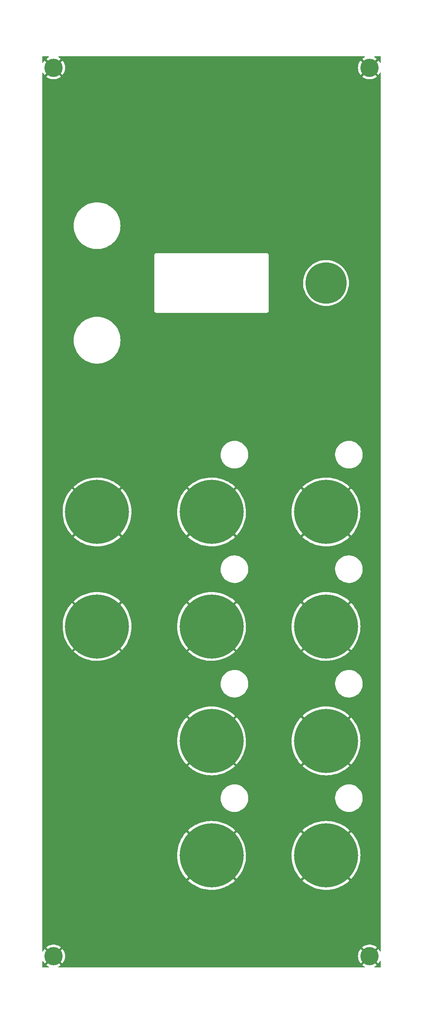
<source format=gtl>
G04 #@! TF.GenerationSoftware,KiCad,Pcbnew,(6.0.5)*
G04 #@! TF.CreationDate,2022-11-21T19:29:27-06:00*
G04 #@! TF.ProjectId,KosmoClockPanel,4b6f736d-6f43-46c6-9f63-6b50616e656c,rev?*
G04 #@! TF.SameCoordinates,Original*
G04 #@! TF.FileFunction,Copper,L1,Top*
G04 #@! TF.FilePolarity,Positive*
%FSLAX46Y46*%
G04 Gerber Fmt 4.6, Leading zero omitted, Abs format (unit mm)*
G04 Created by KiCad (PCBNEW (6.0.5)) date 2022-11-21 19:29:27*
%MOMM*%
%LPD*%
G01*
G04 APERTURE LIST*
G04 #@! TA.AperFunction,ComponentPad*
%ADD10C,4.000000*%
G04 #@! TD*
G04 #@! TA.AperFunction,ComponentPad*
%ADD11C,14.000000*%
G04 #@! TD*
G04 #@! TA.AperFunction,ComponentPad*
%ADD12C,9.000000*%
G04 #@! TD*
G04 APERTURE END LIST*
D10*
X403000000Y-197000000D03*
D11*
X462500000Y-100000000D03*
D10*
X403000000Y-3000000D03*
D11*
X462500000Y-125000000D03*
X437500000Y-100000000D03*
D10*
X472000000Y-197000000D03*
D11*
X437500000Y-125000000D03*
D10*
X472000000Y-3000000D03*
D11*
X462500000Y-175000000D03*
X462500000Y-150000000D03*
X412500000Y-100000000D03*
X437500000Y-175000000D03*
X437500000Y-150000000D03*
D12*
X462500000Y-50000000D03*
D11*
X412500000Y-125000000D03*
G04 #@! TA.AperFunction,Conductor*
G36*
X401903424Y-528502D02*
G01*
X401949917Y-582158D01*
X401960021Y-652432D01*
X401930527Y-717012D01*
X401896004Y-744915D01*
X401656961Y-876330D01*
X401650281Y-880570D01*
X401427177Y-1042664D01*
X401418754Y-1053587D01*
X401425658Y-1066448D01*
X402987188Y-2627978D01*
X403001132Y-2635592D01*
X403002965Y-2635461D01*
X403009580Y-2631210D01*
X404574666Y-1066124D01*
X404581279Y-1054013D01*
X404572452Y-1042395D01*
X404349719Y-880570D01*
X404343039Y-876330D01*
X404103996Y-744915D01*
X404053937Y-694569D01*
X404039044Y-625152D01*
X404064045Y-558703D01*
X404121002Y-516319D01*
X404164697Y-508500D01*
X470835303Y-508500D01*
X470903424Y-528502D01*
X470949917Y-582158D01*
X470960021Y-652432D01*
X470930527Y-717012D01*
X470896004Y-744915D01*
X470656961Y-876330D01*
X470650281Y-880570D01*
X470427177Y-1042664D01*
X470418754Y-1053587D01*
X470425658Y-1066448D01*
X471987188Y-2627978D01*
X472001132Y-2635592D01*
X472002965Y-2635461D01*
X472009580Y-2631210D01*
X473574666Y-1066124D01*
X473581279Y-1054013D01*
X473572452Y-1042395D01*
X473349719Y-880570D01*
X473343039Y-876330D01*
X473103996Y-744915D01*
X473053937Y-694569D01*
X473039044Y-625152D01*
X473064045Y-558703D01*
X473121002Y-516319D01*
X473164697Y-508500D01*
X474365500Y-508500D01*
X474433621Y-528502D01*
X474480114Y-582158D01*
X474491500Y-634500D01*
X474491500Y-1840640D01*
X474471498Y-1908761D01*
X474417842Y-1955254D01*
X474347568Y-1965358D01*
X474282988Y-1935864D01*
X474251492Y-1894288D01*
X474203810Y-1792959D01*
X474199999Y-1786026D01*
X474035149Y-1526264D01*
X474030505Y-1519871D01*
X473955503Y-1429210D01*
X473942986Y-1420755D01*
X473932248Y-1426962D01*
X472372022Y-2987188D01*
X472364408Y-3001132D01*
X472364539Y-3002965D01*
X472368790Y-3009580D01*
X473931145Y-4571935D01*
X473944407Y-4579177D01*
X473954512Y-4571988D01*
X474030505Y-4480129D01*
X474035149Y-4473736D01*
X474199999Y-4213974D01*
X474203810Y-4207041D01*
X474251492Y-4105712D01*
X474298594Y-4052591D01*
X474366939Y-4033368D01*
X474434827Y-4054147D01*
X474480704Y-4108330D01*
X474491500Y-4159360D01*
X474491500Y-195840640D01*
X474471498Y-195908761D01*
X474417842Y-195955254D01*
X474347568Y-195965358D01*
X474282988Y-195935864D01*
X474251492Y-195894288D01*
X474203810Y-195792959D01*
X474199999Y-195786026D01*
X474035149Y-195526264D01*
X474030505Y-195519871D01*
X473955503Y-195429210D01*
X473942986Y-195420755D01*
X473932248Y-195426962D01*
X472372022Y-196987188D01*
X472364408Y-197001132D01*
X472364539Y-197002965D01*
X472368790Y-197009580D01*
X473931145Y-198571935D01*
X473944407Y-198579177D01*
X473954512Y-198571988D01*
X474030505Y-198480129D01*
X474035149Y-198473736D01*
X474199999Y-198213974D01*
X474203810Y-198207041D01*
X474251492Y-198105712D01*
X474298594Y-198052591D01*
X474366939Y-198033368D01*
X474434827Y-198054147D01*
X474480704Y-198108330D01*
X474491500Y-198159360D01*
X474491500Y-199365500D01*
X474471498Y-199433621D01*
X474417842Y-199480114D01*
X474365500Y-199491500D01*
X473164697Y-199491500D01*
X473096576Y-199471498D01*
X473050083Y-199417842D01*
X473039979Y-199347568D01*
X473069473Y-199282988D01*
X473103996Y-199255085D01*
X473343039Y-199123670D01*
X473349719Y-199119430D01*
X473572823Y-198957336D01*
X473581246Y-198946413D01*
X473574342Y-198933552D01*
X472012812Y-197372022D01*
X471998868Y-197364408D01*
X471997035Y-197364539D01*
X471990420Y-197368790D01*
X470425334Y-198933876D01*
X470418721Y-198945987D01*
X470427548Y-198957605D01*
X470650281Y-199119430D01*
X470656961Y-199123670D01*
X470896004Y-199255085D01*
X470946063Y-199305431D01*
X470960956Y-199374848D01*
X470935955Y-199441297D01*
X470878998Y-199483681D01*
X470835303Y-199491500D01*
X404164697Y-199491500D01*
X404096576Y-199471498D01*
X404050083Y-199417842D01*
X404039979Y-199347568D01*
X404069473Y-199282988D01*
X404103996Y-199255085D01*
X404343039Y-199123670D01*
X404349719Y-199119430D01*
X404572823Y-198957336D01*
X404581246Y-198946413D01*
X404574342Y-198933552D01*
X403012812Y-197372022D01*
X402998868Y-197364408D01*
X402997035Y-197364539D01*
X402990420Y-197368790D01*
X401425334Y-198933876D01*
X401418721Y-198945987D01*
X401427548Y-198957605D01*
X401650281Y-199119430D01*
X401656961Y-199123670D01*
X401896004Y-199255085D01*
X401946063Y-199305431D01*
X401960956Y-199374848D01*
X401935955Y-199441297D01*
X401878998Y-199483681D01*
X401835303Y-199491500D01*
X400634500Y-199491500D01*
X400566379Y-199471498D01*
X400519886Y-199417842D01*
X400508500Y-199365500D01*
X400508500Y-198159360D01*
X400528502Y-198091239D01*
X400582158Y-198044746D01*
X400652432Y-198034642D01*
X400717012Y-198064136D01*
X400748508Y-198105712D01*
X400796190Y-198207041D01*
X400800001Y-198213974D01*
X400964851Y-198473736D01*
X400969495Y-198480129D01*
X401044497Y-198570790D01*
X401057014Y-198579245D01*
X401067752Y-198573038D01*
X402627978Y-197012812D01*
X402634356Y-197001132D01*
X403364408Y-197001132D01*
X403364539Y-197002965D01*
X403368790Y-197009580D01*
X404931145Y-198571935D01*
X404944407Y-198579177D01*
X404954512Y-198571988D01*
X405030505Y-198480129D01*
X405035149Y-198473736D01*
X405199999Y-198213974D01*
X405203811Y-198207041D01*
X405334801Y-197928672D01*
X405337716Y-197921309D01*
X405432783Y-197628723D01*
X405434754Y-197621046D01*
X405492400Y-197318855D01*
X405493393Y-197310994D01*
X405512710Y-197003958D01*
X469487290Y-197003958D01*
X469506607Y-197310994D01*
X469507600Y-197318855D01*
X469565246Y-197621046D01*
X469567217Y-197628723D01*
X469662284Y-197921309D01*
X469665199Y-197928672D01*
X469796189Y-198207041D01*
X469800001Y-198213974D01*
X469964851Y-198473736D01*
X469969495Y-198480129D01*
X470044497Y-198570790D01*
X470057014Y-198579245D01*
X470067752Y-198573038D01*
X471627978Y-197012812D01*
X471635592Y-196998868D01*
X471635461Y-196997035D01*
X471631210Y-196990420D01*
X470068855Y-195428065D01*
X470055593Y-195420823D01*
X470045488Y-195428012D01*
X469969495Y-195519871D01*
X469964851Y-195526264D01*
X469800001Y-195786026D01*
X469796189Y-195792959D01*
X469665199Y-196071328D01*
X469662284Y-196078691D01*
X469567217Y-196371277D01*
X469565246Y-196378954D01*
X469507600Y-196681145D01*
X469506607Y-196689006D01*
X469487290Y-196996042D01*
X469487290Y-197003958D01*
X405512710Y-197003958D01*
X405512710Y-196996042D01*
X405493393Y-196689006D01*
X405492400Y-196681145D01*
X405434754Y-196378954D01*
X405432783Y-196371277D01*
X405337716Y-196078691D01*
X405334801Y-196071328D01*
X405203811Y-195792959D01*
X405199999Y-195786026D01*
X405035149Y-195526264D01*
X405030505Y-195519871D01*
X404955503Y-195429210D01*
X404942986Y-195420755D01*
X404932248Y-195426962D01*
X403372022Y-196987188D01*
X403364408Y-197001132D01*
X402634356Y-197001132D01*
X402635592Y-196998868D01*
X402635461Y-196997035D01*
X402631210Y-196990420D01*
X401068855Y-195428065D01*
X401055593Y-195420823D01*
X401045488Y-195428012D01*
X400969495Y-195519871D01*
X400964851Y-195526264D01*
X400800001Y-195786026D01*
X400796190Y-195792959D01*
X400748508Y-195894288D01*
X400701406Y-195947409D01*
X400633061Y-195966632D01*
X400565173Y-195945853D01*
X400519296Y-195891670D01*
X400508500Y-195840640D01*
X400508500Y-195053587D01*
X401418754Y-195053587D01*
X401425658Y-195066448D01*
X402987188Y-196627978D01*
X403001132Y-196635592D01*
X403002965Y-196635461D01*
X403009580Y-196631210D01*
X404574666Y-195066124D01*
X404581279Y-195054013D01*
X404580955Y-195053587D01*
X470418754Y-195053587D01*
X470425658Y-195066448D01*
X471987188Y-196627978D01*
X472001132Y-196635592D01*
X472002965Y-196635461D01*
X472009580Y-196631210D01*
X473574666Y-195066124D01*
X473581279Y-195054013D01*
X473572452Y-195042395D01*
X473349719Y-194880570D01*
X473343039Y-194876330D01*
X473073428Y-194728110D01*
X473066293Y-194724753D01*
X472780230Y-194611492D01*
X472772704Y-194609047D01*
X472474721Y-194532538D01*
X472466950Y-194531055D01*
X472161722Y-194492497D01*
X472153831Y-194492000D01*
X471846169Y-194492000D01*
X471838278Y-194492497D01*
X471533050Y-194531055D01*
X471525279Y-194532538D01*
X471227296Y-194609047D01*
X471219770Y-194611492D01*
X470933707Y-194724753D01*
X470926572Y-194728110D01*
X470656961Y-194876330D01*
X470650281Y-194880570D01*
X470427177Y-195042664D01*
X470418754Y-195053587D01*
X404580955Y-195053587D01*
X404572452Y-195042395D01*
X404349719Y-194880570D01*
X404343039Y-194876330D01*
X404073428Y-194728110D01*
X404066293Y-194724753D01*
X403780230Y-194611492D01*
X403772704Y-194609047D01*
X403474721Y-194532538D01*
X403466950Y-194531055D01*
X403161722Y-194492497D01*
X403153831Y-194492000D01*
X402846169Y-194492000D01*
X402838278Y-194492497D01*
X402533050Y-194531055D01*
X402525279Y-194532538D01*
X402227296Y-194609047D01*
X402219770Y-194611492D01*
X401933707Y-194724753D01*
X401926572Y-194728110D01*
X401656961Y-194876330D01*
X401650281Y-194880570D01*
X401427177Y-195042664D01*
X401418754Y-195053587D01*
X400508500Y-195053587D01*
X400508500Y-180487102D01*
X432378438Y-180487102D01*
X432378462Y-180487441D01*
X432384285Y-180496073D01*
X432628991Y-180719913D01*
X432632445Y-180722852D01*
X433050430Y-181053550D01*
X433054067Y-181056222D01*
X433494618Y-181356182D01*
X433498446Y-181358593D01*
X433959337Y-181626300D01*
X433963309Y-181628421D01*
X434442148Y-181862483D01*
X434446284Y-181864325D01*
X434940627Y-182063551D01*
X434944871Y-182065087D01*
X435452218Y-182228467D01*
X435456539Y-182229689D01*
X435974254Y-182356374D01*
X435978695Y-182357294D01*
X436504141Y-182446637D01*
X436508595Y-182447232D01*
X437039106Y-182498782D01*
X437043579Y-182499056D01*
X437576427Y-182512543D01*
X437580930Y-182512496D01*
X438113352Y-182487853D01*
X438117836Y-182487485D01*
X438647152Y-182424836D01*
X438651591Y-182424149D01*
X439175087Y-182323814D01*
X439179446Y-182322815D01*
X439694414Y-182185311D01*
X439698727Y-182183992D01*
X440202525Y-182010028D01*
X440206740Y-182008402D01*
X440696805Y-181798866D01*
X440700892Y-181796943D01*
X441174731Y-181552900D01*
X441178658Y-181550696D01*
X441633828Y-181273404D01*
X441637624Y-181270901D01*
X442071786Y-180961788D01*
X442075372Y-180959036D01*
X442486362Y-180619640D01*
X442489705Y-180616672D01*
X442613630Y-180498453D01*
X442620179Y-180487102D01*
X457378438Y-180487102D01*
X457378462Y-180487441D01*
X457384285Y-180496073D01*
X457628991Y-180719913D01*
X457632445Y-180722852D01*
X458050430Y-181053550D01*
X458054067Y-181056222D01*
X458494618Y-181356182D01*
X458498446Y-181358593D01*
X458959337Y-181626300D01*
X458963309Y-181628421D01*
X459442148Y-181862483D01*
X459446284Y-181864325D01*
X459940627Y-182063551D01*
X459944871Y-182065087D01*
X460452218Y-182228467D01*
X460456539Y-182229689D01*
X460974254Y-182356374D01*
X460978695Y-182357294D01*
X461504141Y-182446637D01*
X461508595Y-182447232D01*
X462039106Y-182498782D01*
X462043579Y-182499056D01*
X462576427Y-182512543D01*
X462580930Y-182512496D01*
X463113352Y-182487853D01*
X463117836Y-182487485D01*
X463647152Y-182424836D01*
X463651591Y-182424149D01*
X464175087Y-182323814D01*
X464179446Y-182322815D01*
X464694414Y-182185311D01*
X464698727Y-182183992D01*
X465202525Y-182010028D01*
X465206740Y-182008402D01*
X465696805Y-181798866D01*
X465700892Y-181796943D01*
X466174731Y-181552900D01*
X466178658Y-181550696D01*
X466633828Y-181273404D01*
X466637624Y-181270901D01*
X467071786Y-180961788D01*
X467075372Y-180959036D01*
X467486362Y-180619640D01*
X467489705Y-180616672D01*
X467613630Y-180498453D01*
X467621568Y-180484695D01*
X467621518Y-180483649D01*
X467616625Y-180475835D01*
X462512812Y-175372022D01*
X462498868Y-175364408D01*
X462497035Y-175364539D01*
X462490420Y-175368790D01*
X457386052Y-180473158D01*
X457378438Y-180487102D01*
X442620179Y-180487102D01*
X442621568Y-180484695D01*
X442621518Y-180483649D01*
X442616625Y-180475835D01*
X437512812Y-175372022D01*
X437498868Y-175364408D01*
X437497035Y-175364539D01*
X437490420Y-175368790D01*
X432386052Y-180473158D01*
X432378438Y-180487102D01*
X400508500Y-180487102D01*
X400508500Y-175050201D01*
X429987236Y-175050201D01*
X429987267Y-175054699D01*
X430010052Y-175587215D01*
X430010404Y-175591696D01*
X430071206Y-176121240D01*
X430071874Y-176125659D01*
X430170381Y-176649497D01*
X430171370Y-176653884D01*
X430307070Y-177169308D01*
X430308381Y-177173648D01*
X430480581Y-177678039D01*
X430482188Y-177682249D01*
X430690028Y-178173079D01*
X430691917Y-178177129D01*
X430934314Y-178651836D01*
X430936507Y-178655776D01*
X431212217Y-179111925D01*
X431214678Y-179115685D01*
X431522290Y-179550947D01*
X431525036Y-179554552D01*
X431862987Y-179966712D01*
X431865944Y-179970066D01*
X432001751Y-180113428D01*
X432015482Y-180121415D01*
X432016410Y-180121374D01*
X432024399Y-180116391D01*
X437127978Y-175012812D01*
X437134356Y-175001132D01*
X437864408Y-175001132D01*
X437864539Y-175002965D01*
X437868790Y-175009580D01*
X442973389Y-180114179D01*
X442987333Y-180121793D01*
X442987556Y-180121778D01*
X442996338Y-180115831D01*
X443236905Y-179850987D01*
X443239793Y-179847570D01*
X443569044Y-179428414D01*
X443571701Y-179424771D01*
X443870130Y-178983164D01*
X443872526Y-178979329D01*
X444138617Y-178517514D01*
X444140726Y-178513531D01*
X444373116Y-178033878D01*
X444374941Y-178029741D01*
X444572446Y-177534690D01*
X444573961Y-177530460D01*
X444735567Y-177022549D01*
X444736781Y-177018202D01*
X444861661Y-176500034D01*
X444862555Y-176495638D01*
X444950064Y-175969885D01*
X444950649Y-175965380D01*
X445000363Y-175434517D01*
X445000613Y-175430439D01*
X445011566Y-175050201D01*
X454987236Y-175050201D01*
X454987267Y-175054699D01*
X455010052Y-175587215D01*
X455010404Y-175591696D01*
X455071206Y-176121240D01*
X455071874Y-176125659D01*
X455170381Y-176649497D01*
X455171370Y-176653884D01*
X455307070Y-177169308D01*
X455308381Y-177173648D01*
X455480581Y-177678039D01*
X455482188Y-177682249D01*
X455690028Y-178173079D01*
X455691917Y-178177129D01*
X455934314Y-178651836D01*
X455936507Y-178655776D01*
X456212217Y-179111925D01*
X456214678Y-179115685D01*
X456522290Y-179550947D01*
X456525036Y-179554552D01*
X456862987Y-179966712D01*
X456865944Y-179970066D01*
X457001751Y-180113428D01*
X457015482Y-180121415D01*
X457016410Y-180121374D01*
X457024399Y-180116391D01*
X462127978Y-175012812D01*
X462134356Y-175001132D01*
X462864408Y-175001132D01*
X462864539Y-175002965D01*
X462868790Y-175009580D01*
X467973389Y-180114179D01*
X467987333Y-180121793D01*
X467987556Y-180121778D01*
X467996338Y-180115831D01*
X468236905Y-179850987D01*
X468239793Y-179847570D01*
X468569044Y-179428414D01*
X468571701Y-179424771D01*
X468870130Y-178983164D01*
X468872526Y-178979329D01*
X469138617Y-178517514D01*
X469140726Y-178513531D01*
X469373116Y-178033878D01*
X469374941Y-178029741D01*
X469572446Y-177534690D01*
X469573961Y-177530460D01*
X469735567Y-177022549D01*
X469736781Y-177018202D01*
X469861661Y-176500034D01*
X469862555Y-176495638D01*
X469950064Y-175969885D01*
X469950649Y-175965380D01*
X470000363Y-175434517D01*
X470000613Y-175430439D01*
X470012954Y-175002024D01*
X470012939Y-174997967D01*
X469993866Y-174465096D01*
X469993544Y-174460601D01*
X469936442Y-173930662D01*
X469935800Y-173926211D01*
X469840955Y-173401710D01*
X469839999Y-173397327D01*
X469707892Y-172880933D01*
X469706630Y-172876645D01*
X469537938Y-172371015D01*
X469536370Y-172366818D01*
X469331966Y-171874558D01*
X469330088Y-171870456D01*
X469091023Y-171394094D01*
X469088855Y-171390133D01*
X468816347Y-170932090D01*
X468813891Y-170928279D01*
X468509331Y-170490890D01*
X468506624Y-170487284D01*
X468171552Y-170072765D01*
X468168609Y-170069380D01*
X467998034Y-169886780D01*
X467984361Y-169878698D01*
X467983667Y-169878724D01*
X467975320Y-169883890D01*
X462872022Y-174987188D01*
X462864408Y-175001132D01*
X462134356Y-175001132D01*
X462135592Y-174998868D01*
X462135461Y-174997035D01*
X462131210Y-174990420D01*
X457027007Y-169886217D01*
X457013063Y-169878603D01*
X457012606Y-169878635D01*
X457004130Y-169884332D01*
X456797104Y-170109077D01*
X456794190Y-170112477D01*
X456462015Y-170529331D01*
X456459344Y-170532941D01*
X456157831Y-170972465D01*
X456155409Y-170976283D01*
X455886107Y-171436216D01*
X455883964Y-171440196D01*
X455648233Y-171918211D01*
X455646376Y-171922343D01*
X455445427Y-172415984D01*
X455443874Y-172420230D01*
X455278729Y-172926984D01*
X455277484Y-172931326D01*
X455148991Y-173448608D01*
X455148067Y-173452991D01*
X455056885Y-173978152D01*
X455056274Y-173982609D01*
X455002873Y-174512930D01*
X455002583Y-174517413D01*
X454987236Y-175050201D01*
X445011566Y-175050201D01*
X445012954Y-175002024D01*
X445012939Y-174997967D01*
X444993866Y-174465096D01*
X444993544Y-174460601D01*
X444936442Y-173930662D01*
X444935800Y-173926211D01*
X444840955Y-173401710D01*
X444839999Y-173397327D01*
X444707892Y-172880933D01*
X444706630Y-172876645D01*
X444537938Y-172371015D01*
X444536370Y-172366818D01*
X444331966Y-171874558D01*
X444330088Y-171870456D01*
X444091023Y-171394094D01*
X444088855Y-171390133D01*
X443816347Y-170932090D01*
X443813891Y-170928279D01*
X443509331Y-170490890D01*
X443506624Y-170487284D01*
X443171552Y-170072765D01*
X443168609Y-170069380D01*
X442998034Y-169886780D01*
X442984361Y-169878698D01*
X442983667Y-169878724D01*
X442975320Y-169883890D01*
X437872022Y-174987188D01*
X437864408Y-175001132D01*
X437134356Y-175001132D01*
X437135592Y-174998868D01*
X437135461Y-174997035D01*
X437131210Y-174990420D01*
X432027007Y-169886217D01*
X432013063Y-169878603D01*
X432012606Y-169878635D01*
X432004130Y-169884332D01*
X431797104Y-170109077D01*
X431794190Y-170112477D01*
X431462015Y-170529331D01*
X431459344Y-170532941D01*
X431157831Y-170972465D01*
X431155409Y-170976283D01*
X430886107Y-171436216D01*
X430883964Y-171440196D01*
X430648233Y-171918211D01*
X430646376Y-171922343D01*
X430445427Y-172415984D01*
X430443874Y-172420230D01*
X430278729Y-172926984D01*
X430277484Y-172931326D01*
X430148991Y-173448608D01*
X430148067Y-173452991D01*
X430056885Y-173978152D01*
X430056274Y-173982609D01*
X430002873Y-174512930D01*
X430002583Y-174517413D01*
X429987236Y-175050201D01*
X400508500Y-175050201D01*
X400508500Y-169515591D01*
X432378674Y-169515591D01*
X432378707Y-169516404D01*
X432383783Y-169524573D01*
X437487188Y-174627978D01*
X437501132Y-174635592D01*
X437502965Y-174635461D01*
X437509580Y-174631210D01*
X442613682Y-169527108D01*
X442619971Y-169515591D01*
X457378674Y-169515591D01*
X457378707Y-169516404D01*
X457383783Y-169524573D01*
X462487188Y-174627978D01*
X462501132Y-174635592D01*
X462502965Y-174635461D01*
X462509580Y-174631210D01*
X467613682Y-169527108D01*
X467621296Y-169513164D01*
X467621255Y-169512590D01*
X467615684Y-169504268D01*
X467410818Y-169314228D01*
X467407387Y-169311267D01*
X466991729Y-168977666D01*
X466988115Y-168974972D01*
X466549654Y-168671933D01*
X466545835Y-168669490D01*
X466086846Y-168398585D01*
X466082877Y-168396430D01*
X465605679Y-168159028D01*
X465601575Y-168157166D01*
X465108610Y-167954483D01*
X465104395Y-167952924D01*
X464598199Y-167786006D01*
X464593883Y-167784752D01*
X464077042Y-167654451D01*
X464072665Y-167653513D01*
X463547822Y-167560496D01*
X463543365Y-167559870D01*
X463013241Y-167504620D01*
X463008747Y-167504313D01*
X462476027Y-167487107D01*
X462471530Y-167487122D01*
X461938927Y-167508048D01*
X461934451Y-167508384D01*
X461404713Y-167567336D01*
X461400261Y-167567994D01*
X460876106Y-167664667D01*
X460871701Y-167665643D01*
X460355801Y-167799545D01*
X460351490Y-167800830D01*
X459846471Y-167971278D01*
X459842259Y-167972870D01*
X459350723Y-168178988D01*
X459346647Y-168180871D01*
X458871109Y-168421605D01*
X458867158Y-168423786D01*
X458410063Y-168697893D01*
X458406267Y-168700358D01*
X457969930Y-169006452D01*
X457966347Y-169009162D01*
X457553007Y-169345674D01*
X457549617Y-169348642D01*
X457386708Y-169501891D01*
X457378674Y-169515591D01*
X442619971Y-169515591D01*
X442621296Y-169513164D01*
X442621255Y-169512590D01*
X442615684Y-169504268D01*
X442410818Y-169314228D01*
X442407387Y-169311267D01*
X441991729Y-168977666D01*
X441988115Y-168974972D01*
X441549654Y-168671933D01*
X441545835Y-168669490D01*
X441086846Y-168398585D01*
X441082877Y-168396430D01*
X440605679Y-168159028D01*
X440601575Y-168157166D01*
X440108610Y-167954483D01*
X440104395Y-167952924D01*
X439598199Y-167786006D01*
X439593883Y-167784752D01*
X439077042Y-167654451D01*
X439072665Y-167653513D01*
X438547822Y-167560496D01*
X438543365Y-167559870D01*
X438013241Y-167504620D01*
X438008747Y-167504313D01*
X437476027Y-167487107D01*
X437471530Y-167487122D01*
X436938927Y-167508048D01*
X436934451Y-167508384D01*
X436404713Y-167567336D01*
X436400261Y-167567994D01*
X435876106Y-167664667D01*
X435871701Y-167665643D01*
X435355801Y-167799545D01*
X435351490Y-167800830D01*
X434846471Y-167971278D01*
X434842259Y-167972870D01*
X434350723Y-168178988D01*
X434346647Y-168180871D01*
X433871109Y-168421605D01*
X433867158Y-168423786D01*
X433410063Y-168697893D01*
X433406267Y-168700358D01*
X432969930Y-169006452D01*
X432966347Y-169009162D01*
X432553007Y-169345674D01*
X432549617Y-169348642D01*
X432386708Y-169501891D01*
X432378674Y-169515591D01*
X400508500Y-169515591D01*
X400508500Y-162626196D01*
X439489044Y-162626196D01*
X439489405Y-162629810D01*
X439489405Y-162629816D01*
X439513694Y-162873157D01*
X439523503Y-162971431D01*
X439597414Y-163310417D01*
X439709797Y-163638661D01*
X439859163Y-163951812D01*
X440043532Y-164245721D01*
X440045804Y-164248557D01*
X440045809Y-164248564D01*
X440102252Y-164319016D01*
X440260459Y-164516491D01*
X440507071Y-164760534D01*
X440780098Y-164974614D01*
X441075921Y-165155895D01*
X441079206Y-165157420D01*
X441079210Y-165157422D01*
X441318653Y-165268567D01*
X441390620Y-165301973D01*
X441494926Y-165336469D01*
X441716578Y-165409774D01*
X441716583Y-165409775D01*
X441720023Y-165410913D01*
X441723578Y-165411649D01*
X441723581Y-165411650D01*
X442056214Y-165480535D01*
X442056217Y-165480535D01*
X442059764Y-165481270D01*
X442198221Y-165493627D01*
X442362076Y-165508251D01*
X442362082Y-165508251D01*
X442364869Y-165508500D01*
X442588432Y-165508500D01*
X442590251Y-165508395D01*
X442590255Y-165508395D01*
X442842754Y-165493836D01*
X442842759Y-165493835D01*
X442846374Y-165493627D01*
X442921388Y-165480535D01*
X443184585Y-165434600D01*
X443184592Y-165434598D01*
X443188158Y-165433976D01*
X443191633Y-165432947D01*
X443191640Y-165432945D01*
X443324863Y-165393482D01*
X443520820Y-165335437D01*
X443524159Y-165334013D01*
X443836614Y-165200740D01*
X443836617Y-165200738D01*
X443839952Y-165199316D01*
X443843099Y-165197521D01*
X443843103Y-165197519D01*
X444138184Y-165029208D01*
X444141324Y-165027417D01*
X444420940Y-164822018D01*
X444675096Y-164585842D01*
X444900422Y-164322019D01*
X445093931Y-164034047D01*
X445253060Y-163725741D01*
X445375698Y-163401189D01*
X445460220Y-163064692D01*
X445505506Y-162720711D01*
X445506991Y-162626196D01*
X464489044Y-162626196D01*
X464489405Y-162629810D01*
X464489405Y-162629816D01*
X464513694Y-162873157D01*
X464523503Y-162971431D01*
X464597414Y-163310417D01*
X464709797Y-163638661D01*
X464859163Y-163951812D01*
X465043532Y-164245721D01*
X465045804Y-164248557D01*
X465045809Y-164248564D01*
X465102252Y-164319016D01*
X465260459Y-164516491D01*
X465507071Y-164760534D01*
X465780098Y-164974614D01*
X466075921Y-165155895D01*
X466079206Y-165157420D01*
X466079210Y-165157422D01*
X466318653Y-165268567D01*
X466390620Y-165301973D01*
X466494926Y-165336469D01*
X466716578Y-165409774D01*
X466716583Y-165409775D01*
X466720023Y-165410913D01*
X466723578Y-165411649D01*
X466723581Y-165411650D01*
X467056214Y-165480535D01*
X467056217Y-165480535D01*
X467059764Y-165481270D01*
X467198221Y-165493627D01*
X467362076Y-165508251D01*
X467362082Y-165508251D01*
X467364869Y-165508500D01*
X467588432Y-165508500D01*
X467590251Y-165508395D01*
X467590255Y-165508395D01*
X467842754Y-165493836D01*
X467842759Y-165493835D01*
X467846374Y-165493627D01*
X467921388Y-165480535D01*
X468184585Y-165434600D01*
X468184592Y-165434598D01*
X468188158Y-165433976D01*
X468191633Y-165432947D01*
X468191640Y-165432945D01*
X468324863Y-165393482D01*
X468520820Y-165335437D01*
X468524159Y-165334013D01*
X468836614Y-165200740D01*
X468836617Y-165200738D01*
X468839952Y-165199316D01*
X468843099Y-165197521D01*
X468843103Y-165197519D01*
X469138184Y-165029208D01*
X469141324Y-165027417D01*
X469420940Y-164822018D01*
X469675096Y-164585842D01*
X469900422Y-164322019D01*
X470093931Y-164034047D01*
X470253060Y-163725741D01*
X470375698Y-163401189D01*
X470460220Y-163064692D01*
X470505506Y-162720711D01*
X470510956Y-162373804D01*
X470501163Y-162275685D01*
X470476857Y-162032177D01*
X470476497Y-162028569D01*
X470402586Y-161689583D01*
X470290203Y-161361339D01*
X470140837Y-161048188D01*
X469956468Y-160754279D01*
X469954196Y-160751443D01*
X469954191Y-160751436D01*
X469741813Y-160486345D01*
X469739541Y-160483509D01*
X469492929Y-160239466D01*
X469219902Y-160025386D01*
X468924079Y-159844105D01*
X468920794Y-159842580D01*
X468920790Y-159842578D01*
X468612663Y-159699551D01*
X468609380Y-159698027D01*
X468439112Y-159641716D01*
X468283422Y-159590226D01*
X468283417Y-159590225D01*
X468279977Y-159589087D01*
X468276422Y-159588351D01*
X468276419Y-159588350D01*
X467943786Y-159519465D01*
X467943783Y-159519465D01*
X467940236Y-159518730D01*
X467785947Y-159504960D01*
X467637924Y-159491749D01*
X467637918Y-159491749D01*
X467635131Y-159491500D01*
X467411568Y-159491500D01*
X467409749Y-159491605D01*
X467409745Y-159491605D01*
X467157246Y-159506164D01*
X467157241Y-159506165D01*
X467153626Y-159506373D01*
X467084669Y-159518408D01*
X466815415Y-159565400D01*
X466815408Y-159565402D01*
X466811842Y-159566024D01*
X466808367Y-159567053D01*
X466808360Y-159567055D01*
X466730137Y-159590226D01*
X466479180Y-159664563D01*
X466475844Y-159665986D01*
X466475841Y-159665987D01*
X466163386Y-159799260D01*
X466163383Y-159799262D01*
X466160048Y-159800684D01*
X466156901Y-159802479D01*
X466156897Y-159802481D01*
X466080602Y-159845999D01*
X465858676Y-159972583D01*
X465579060Y-160177982D01*
X465324904Y-160414158D01*
X465099578Y-160677981D01*
X464906069Y-160965953D01*
X464746940Y-161274259D01*
X464624302Y-161598811D01*
X464539780Y-161935308D01*
X464494494Y-162279289D01*
X464489044Y-162626196D01*
X445506991Y-162626196D01*
X445510956Y-162373804D01*
X445501163Y-162275685D01*
X445476857Y-162032177D01*
X445476497Y-162028569D01*
X445402586Y-161689583D01*
X445290203Y-161361339D01*
X445140837Y-161048188D01*
X444956468Y-160754279D01*
X444954196Y-160751443D01*
X444954191Y-160751436D01*
X444741813Y-160486345D01*
X444739541Y-160483509D01*
X444492929Y-160239466D01*
X444219902Y-160025386D01*
X443924079Y-159844105D01*
X443920794Y-159842580D01*
X443920790Y-159842578D01*
X443612663Y-159699551D01*
X443609380Y-159698027D01*
X443439112Y-159641716D01*
X443283422Y-159590226D01*
X443283417Y-159590225D01*
X443279977Y-159589087D01*
X443276422Y-159588351D01*
X443276419Y-159588350D01*
X442943786Y-159519465D01*
X442943783Y-159519465D01*
X442940236Y-159518730D01*
X442785947Y-159504960D01*
X442637924Y-159491749D01*
X442637918Y-159491749D01*
X442635131Y-159491500D01*
X442411568Y-159491500D01*
X442409749Y-159491605D01*
X442409745Y-159491605D01*
X442157246Y-159506164D01*
X442157241Y-159506165D01*
X442153626Y-159506373D01*
X442084669Y-159518408D01*
X441815415Y-159565400D01*
X441815408Y-159565402D01*
X441811842Y-159566024D01*
X441808367Y-159567053D01*
X441808360Y-159567055D01*
X441730137Y-159590226D01*
X441479180Y-159664563D01*
X441475844Y-159665986D01*
X441475841Y-159665987D01*
X441163386Y-159799260D01*
X441163383Y-159799262D01*
X441160048Y-159800684D01*
X441156901Y-159802479D01*
X441156897Y-159802481D01*
X441080602Y-159845999D01*
X440858676Y-159972583D01*
X440579060Y-160177982D01*
X440324904Y-160414158D01*
X440099578Y-160677981D01*
X439906069Y-160965953D01*
X439746940Y-161274259D01*
X439624302Y-161598811D01*
X439539780Y-161935308D01*
X439494494Y-162279289D01*
X439489044Y-162626196D01*
X400508500Y-162626196D01*
X400508500Y-155487102D01*
X432378438Y-155487102D01*
X432378462Y-155487441D01*
X432384285Y-155496073D01*
X432628991Y-155719913D01*
X432632445Y-155722852D01*
X433050430Y-156053550D01*
X433054067Y-156056222D01*
X433494618Y-156356182D01*
X433498446Y-156358593D01*
X433959337Y-156626300D01*
X433963309Y-156628421D01*
X434442148Y-156862483D01*
X434446284Y-156864325D01*
X434940627Y-157063551D01*
X434944871Y-157065087D01*
X435452218Y-157228467D01*
X435456539Y-157229689D01*
X435974254Y-157356374D01*
X435978695Y-157357294D01*
X436504141Y-157446637D01*
X436508595Y-157447232D01*
X437039106Y-157498782D01*
X437043579Y-157499056D01*
X437576427Y-157512543D01*
X437580930Y-157512496D01*
X438113352Y-157487853D01*
X438117836Y-157487485D01*
X438647152Y-157424836D01*
X438651591Y-157424149D01*
X439175087Y-157323814D01*
X439179446Y-157322815D01*
X439694414Y-157185311D01*
X439698727Y-157183992D01*
X440202525Y-157010028D01*
X440206740Y-157008402D01*
X440696805Y-156798866D01*
X440700892Y-156796943D01*
X441174731Y-156552900D01*
X441178658Y-156550696D01*
X441633828Y-156273404D01*
X441637624Y-156270901D01*
X442071786Y-155961788D01*
X442075372Y-155959036D01*
X442486362Y-155619640D01*
X442489705Y-155616672D01*
X442613630Y-155498453D01*
X442620179Y-155487102D01*
X457378438Y-155487102D01*
X457378462Y-155487441D01*
X457384285Y-155496073D01*
X457628991Y-155719913D01*
X457632445Y-155722852D01*
X458050430Y-156053550D01*
X458054067Y-156056222D01*
X458494618Y-156356182D01*
X458498446Y-156358593D01*
X458959337Y-156626300D01*
X458963309Y-156628421D01*
X459442148Y-156862483D01*
X459446284Y-156864325D01*
X459940627Y-157063551D01*
X459944871Y-157065087D01*
X460452218Y-157228467D01*
X460456539Y-157229689D01*
X460974254Y-157356374D01*
X460978695Y-157357294D01*
X461504141Y-157446637D01*
X461508595Y-157447232D01*
X462039106Y-157498782D01*
X462043579Y-157499056D01*
X462576427Y-157512543D01*
X462580930Y-157512496D01*
X463113352Y-157487853D01*
X463117836Y-157487485D01*
X463647152Y-157424836D01*
X463651591Y-157424149D01*
X464175087Y-157323814D01*
X464179446Y-157322815D01*
X464694414Y-157185311D01*
X464698727Y-157183992D01*
X465202525Y-157010028D01*
X465206740Y-157008402D01*
X465696805Y-156798866D01*
X465700892Y-156796943D01*
X466174731Y-156552900D01*
X466178658Y-156550696D01*
X466633828Y-156273404D01*
X466637624Y-156270901D01*
X467071786Y-155961788D01*
X467075372Y-155959036D01*
X467486362Y-155619640D01*
X467489705Y-155616672D01*
X467613630Y-155498453D01*
X467621568Y-155484695D01*
X467621518Y-155483649D01*
X467616625Y-155475835D01*
X462512812Y-150372022D01*
X462498868Y-150364408D01*
X462497035Y-150364539D01*
X462490420Y-150368790D01*
X457386052Y-155473158D01*
X457378438Y-155487102D01*
X442620179Y-155487102D01*
X442621568Y-155484695D01*
X442621518Y-155483649D01*
X442616625Y-155475835D01*
X437512812Y-150372022D01*
X437498868Y-150364408D01*
X437497035Y-150364539D01*
X437490420Y-150368790D01*
X432386052Y-155473158D01*
X432378438Y-155487102D01*
X400508500Y-155487102D01*
X400508500Y-150050201D01*
X429987236Y-150050201D01*
X429987267Y-150054699D01*
X430010052Y-150587215D01*
X430010404Y-150591696D01*
X430071206Y-151121240D01*
X430071874Y-151125659D01*
X430170381Y-151649497D01*
X430171370Y-151653884D01*
X430307070Y-152169308D01*
X430308381Y-152173648D01*
X430480581Y-152678039D01*
X430482188Y-152682249D01*
X430690028Y-153173079D01*
X430691917Y-153177129D01*
X430934314Y-153651836D01*
X430936507Y-153655776D01*
X431212217Y-154111925D01*
X431214678Y-154115685D01*
X431522290Y-154550947D01*
X431525036Y-154554552D01*
X431862987Y-154966712D01*
X431865944Y-154970066D01*
X432001751Y-155113428D01*
X432015482Y-155121415D01*
X432016410Y-155121374D01*
X432024399Y-155116391D01*
X437127978Y-150012812D01*
X437134356Y-150001132D01*
X437864408Y-150001132D01*
X437864539Y-150002965D01*
X437868790Y-150009580D01*
X442973389Y-155114179D01*
X442987333Y-155121793D01*
X442987556Y-155121778D01*
X442996338Y-155115831D01*
X443236905Y-154850987D01*
X443239793Y-154847570D01*
X443569044Y-154428414D01*
X443571701Y-154424771D01*
X443870130Y-153983164D01*
X443872526Y-153979329D01*
X444138617Y-153517514D01*
X444140726Y-153513531D01*
X444373116Y-153033878D01*
X444374941Y-153029741D01*
X444572446Y-152534690D01*
X444573961Y-152530460D01*
X444735567Y-152022549D01*
X444736781Y-152018202D01*
X444861661Y-151500034D01*
X444862555Y-151495638D01*
X444950064Y-150969885D01*
X444950649Y-150965380D01*
X445000363Y-150434517D01*
X445000613Y-150430439D01*
X445011566Y-150050201D01*
X454987236Y-150050201D01*
X454987267Y-150054699D01*
X455010052Y-150587215D01*
X455010404Y-150591696D01*
X455071206Y-151121240D01*
X455071874Y-151125659D01*
X455170381Y-151649497D01*
X455171370Y-151653884D01*
X455307070Y-152169308D01*
X455308381Y-152173648D01*
X455480581Y-152678039D01*
X455482188Y-152682249D01*
X455690028Y-153173079D01*
X455691917Y-153177129D01*
X455934314Y-153651836D01*
X455936507Y-153655776D01*
X456212217Y-154111925D01*
X456214678Y-154115685D01*
X456522290Y-154550947D01*
X456525036Y-154554552D01*
X456862987Y-154966712D01*
X456865944Y-154970066D01*
X457001751Y-155113428D01*
X457015482Y-155121415D01*
X457016410Y-155121374D01*
X457024399Y-155116391D01*
X462127978Y-150012812D01*
X462134356Y-150001132D01*
X462864408Y-150001132D01*
X462864539Y-150002965D01*
X462868790Y-150009580D01*
X467973389Y-155114179D01*
X467987333Y-155121793D01*
X467987556Y-155121778D01*
X467996338Y-155115831D01*
X468236905Y-154850987D01*
X468239793Y-154847570D01*
X468569044Y-154428414D01*
X468571701Y-154424771D01*
X468870130Y-153983164D01*
X468872526Y-153979329D01*
X469138617Y-153517514D01*
X469140726Y-153513531D01*
X469373116Y-153033878D01*
X469374941Y-153029741D01*
X469572446Y-152534690D01*
X469573961Y-152530460D01*
X469735567Y-152022549D01*
X469736781Y-152018202D01*
X469861661Y-151500034D01*
X469862555Y-151495638D01*
X469950064Y-150969885D01*
X469950649Y-150965380D01*
X470000363Y-150434517D01*
X470000613Y-150430439D01*
X470012954Y-150002024D01*
X470012939Y-149997967D01*
X469993866Y-149465096D01*
X469993544Y-149460601D01*
X469936442Y-148930662D01*
X469935800Y-148926211D01*
X469840955Y-148401710D01*
X469839999Y-148397327D01*
X469707892Y-147880933D01*
X469706630Y-147876645D01*
X469537938Y-147371015D01*
X469536370Y-147366818D01*
X469331966Y-146874558D01*
X469330088Y-146870456D01*
X469091023Y-146394094D01*
X469088855Y-146390133D01*
X468816347Y-145932090D01*
X468813891Y-145928279D01*
X468509331Y-145490890D01*
X468506624Y-145487284D01*
X468171552Y-145072765D01*
X468168609Y-145069380D01*
X467998034Y-144886780D01*
X467984361Y-144878698D01*
X467983667Y-144878724D01*
X467975320Y-144883890D01*
X462872022Y-149987188D01*
X462864408Y-150001132D01*
X462134356Y-150001132D01*
X462135592Y-149998868D01*
X462135461Y-149997035D01*
X462131210Y-149990420D01*
X457027007Y-144886217D01*
X457013063Y-144878603D01*
X457012606Y-144878635D01*
X457004130Y-144884332D01*
X456797104Y-145109077D01*
X456794190Y-145112477D01*
X456462015Y-145529331D01*
X456459344Y-145532941D01*
X456157831Y-145972465D01*
X456155409Y-145976283D01*
X455886107Y-146436216D01*
X455883964Y-146440196D01*
X455648233Y-146918211D01*
X455646376Y-146922343D01*
X455445427Y-147415984D01*
X455443874Y-147420230D01*
X455278729Y-147926984D01*
X455277484Y-147931326D01*
X455148991Y-148448608D01*
X455148067Y-148452991D01*
X455056885Y-148978152D01*
X455056274Y-148982609D01*
X455002873Y-149512930D01*
X455002583Y-149517413D01*
X454987236Y-150050201D01*
X445011566Y-150050201D01*
X445012954Y-150002024D01*
X445012939Y-149997967D01*
X444993866Y-149465096D01*
X444993544Y-149460601D01*
X444936442Y-148930662D01*
X444935800Y-148926211D01*
X444840955Y-148401710D01*
X444839999Y-148397327D01*
X444707892Y-147880933D01*
X444706630Y-147876645D01*
X444537938Y-147371015D01*
X444536370Y-147366818D01*
X444331966Y-146874558D01*
X444330088Y-146870456D01*
X444091023Y-146394094D01*
X444088855Y-146390133D01*
X443816347Y-145932090D01*
X443813891Y-145928279D01*
X443509331Y-145490890D01*
X443506624Y-145487284D01*
X443171552Y-145072765D01*
X443168609Y-145069380D01*
X442998034Y-144886780D01*
X442984361Y-144878698D01*
X442983667Y-144878724D01*
X442975320Y-144883890D01*
X437872022Y-149987188D01*
X437864408Y-150001132D01*
X437134356Y-150001132D01*
X437135592Y-149998868D01*
X437135461Y-149997035D01*
X437131210Y-149990420D01*
X432027007Y-144886217D01*
X432013063Y-144878603D01*
X432012606Y-144878635D01*
X432004130Y-144884332D01*
X431797104Y-145109077D01*
X431794190Y-145112477D01*
X431462015Y-145529331D01*
X431459344Y-145532941D01*
X431157831Y-145972465D01*
X431155409Y-145976283D01*
X430886107Y-146436216D01*
X430883964Y-146440196D01*
X430648233Y-146918211D01*
X430646376Y-146922343D01*
X430445427Y-147415984D01*
X430443874Y-147420230D01*
X430278729Y-147926984D01*
X430277484Y-147931326D01*
X430148991Y-148448608D01*
X430148067Y-148452991D01*
X430056885Y-148978152D01*
X430056274Y-148982609D01*
X430002873Y-149512930D01*
X430002583Y-149517413D01*
X429987236Y-150050201D01*
X400508500Y-150050201D01*
X400508500Y-144515591D01*
X432378674Y-144515591D01*
X432378707Y-144516404D01*
X432383783Y-144524573D01*
X437487188Y-149627978D01*
X437501132Y-149635592D01*
X437502965Y-149635461D01*
X437509580Y-149631210D01*
X442613682Y-144527108D01*
X442619971Y-144515591D01*
X457378674Y-144515591D01*
X457378707Y-144516404D01*
X457383783Y-144524573D01*
X462487188Y-149627978D01*
X462501132Y-149635592D01*
X462502965Y-149635461D01*
X462509580Y-149631210D01*
X467613682Y-144527108D01*
X467621296Y-144513164D01*
X467621255Y-144512590D01*
X467615684Y-144504268D01*
X467410818Y-144314228D01*
X467407387Y-144311267D01*
X466991729Y-143977666D01*
X466988115Y-143974972D01*
X466549654Y-143671933D01*
X466545835Y-143669490D01*
X466086846Y-143398585D01*
X466082877Y-143396430D01*
X465605679Y-143159028D01*
X465601575Y-143157166D01*
X465108610Y-142954483D01*
X465104395Y-142952924D01*
X464598199Y-142786006D01*
X464593883Y-142784752D01*
X464077042Y-142654451D01*
X464072665Y-142653513D01*
X463547822Y-142560496D01*
X463543365Y-142559870D01*
X463013241Y-142504620D01*
X463008747Y-142504313D01*
X462476027Y-142487107D01*
X462471530Y-142487122D01*
X461938927Y-142508048D01*
X461934451Y-142508384D01*
X461404713Y-142567336D01*
X461400261Y-142567994D01*
X460876106Y-142664667D01*
X460871701Y-142665643D01*
X460355801Y-142799545D01*
X460351490Y-142800830D01*
X459846471Y-142971278D01*
X459842259Y-142972870D01*
X459350723Y-143178988D01*
X459346647Y-143180871D01*
X458871109Y-143421605D01*
X458867158Y-143423786D01*
X458410063Y-143697893D01*
X458406267Y-143700358D01*
X457969930Y-144006452D01*
X457966347Y-144009162D01*
X457553007Y-144345674D01*
X457549617Y-144348642D01*
X457386708Y-144501891D01*
X457378674Y-144515591D01*
X442619971Y-144515591D01*
X442621296Y-144513164D01*
X442621255Y-144512590D01*
X442615684Y-144504268D01*
X442410818Y-144314228D01*
X442407387Y-144311267D01*
X441991729Y-143977666D01*
X441988115Y-143974972D01*
X441549654Y-143671933D01*
X441545835Y-143669490D01*
X441086846Y-143398585D01*
X441082877Y-143396430D01*
X440605679Y-143159028D01*
X440601575Y-143157166D01*
X440108610Y-142954483D01*
X440104395Y-142952924D01*
X439598199Y-142786006D01*
X439593883Y-142784752D01*
X439077042Y-142654451D01*
X439072665Y-142653513D01*
X438547822Y-142560496D01*
X438543365Y-142559870D01*
X438013241Y-142504620D01*
X438008747Y-142504313D01*
X437476027Y-142487107D01*
X437471530Y-142487122D01*
X436938927Y-142508048D01*
X436934451Y-142508384D01*
X436404713Y-142567336D01*
X436400261Y-142567994D01*
X435876106Y-142664667D01*
X435871701Y-142665643D01*
X435355801Y-142799545D01*
X435351490Y-142800830D01*
X434846471Y-142971278D01*
X434842259Y-142972870D01*
X434350723Y-143178988D01*
X434346647Y-143180871D01*
X433871109Y-143421605D01*
X433867158Y-143423786D01*
X433410063Y-143697893D01*
X433406267Y-143700358D01*
X432969930Y-144006452D01*
X432966347Y-144009162D01*
X432553007Y-144345674D01*
X432549617Y-144348642D01*
X432386708Y-144501891D01*
X432378674Y-144515591D01*
X400508500Y-144515591D01*
X400508500Y-137626196D01*
X439489044Y-137626196D01*
X439489405Y-137629810D01*
X439489405Y-137629816D01*
X439513694Y-137873157D01*
X439523503Y-137971431D01*
X439597414Y-138310417D01*
X439709797Y-138638661D01*
X439859163Y-138951812D01*
X440043532Y-139245721D01*
X440045804Y-139248557D01*
X440045809Y-139248564D01*
X440102252Y-139319016D01*
X440260459Y-139516491D01*
X440507071Y-139760534D01*
X440780098Y-139974614D01*
X441075921Y-140155895D01*
X441079206Y-140157420D01*
X441079210Y-140157422D01*
X441318653Y-140268567D01*
X441390620Y-140301973D01*
X441494926Y-140336469D01*
X441716578Y-140409774D01*
X441716583Y-140409775D01*
X441720023Y-140410913D01*
X441723578Y-140411649D01*
X441723581Y-140411650D01*
X442056214Y-140480535D01*
X442056217Y-140480535D01*
X442059764Y-140481270D01*
X442198221Y-140493627D01*
X442362076Y-140508251D01*
X442362082Y-140508251D01*
X442364869Y-140508500D01*
X442588432Y-140508500D01*
X442590251Y-140508395D01*
X442590255Y-140508395D01*
X442842754Y-140493836D01*
X442842759Y-140493835D01*
X442846374Y-140493627D01*
X442921388Y-140480535D01*
X443184585Y-140434600D01*
X443184592Y-140434598D01*
X443188158Y-140433976D01*
X443191633Y-140432947D01*
X443191640Y-140432945D01*
X443324863Y-140393482D01*
X443520820Y-140335437D01*
X443524159Y-140334013D01*
X443836614Y-140200740D01*
X443836617Y-140200738D01*
X443839952Y-140199316D01*
X443843099Y-140197521D01*
X443843103Y-140197519D01*
X444138184Y-140029208D01*
X444141324Y-140027417D01*
X444420940Y-139822018D01*
X444675096Y-139585842D01*
X444900422Y-139322019D01*
X445093931Y-139034047D01*
X445253060Y-138725741D01*
X445375698Y-138401189D01*
X445460220Y-138064692D01*
X445505506Y-137720711D01*
X445506991Y-137626196D01*
X464489044Y-137626196D01*
X464489405Y-137629810D01*
X464489405Y-137629816D01*
X464513694Y-137873157D01*
X464523503Y-137971431D01*
X464597414Y-138310417D01*
X464709797Y-138638661D01*
X464859163Y-138951812D01*
X465043532Y-139245721D01*
X465045804Y-139248557D01*
X465045809Y-139248564D01*
X465102252Y-139319016D01*
X465260459Y-139516491D01*
X465507071Y-139760534D01*
X465780098Y-139974614D01*
X466075921Y-140155895D01*
X466079206Y-140157420D01*
X466079210Y-140157422D01*
X466318653Y-140268567D01*
X466390620Y-140301973D01*
X466494926Y-140336469D01*
X466716578Y-140409774D01*
X466716583Y-140409775D01*
X466720023Y-140410913D01*
X466723578Y-140411649D01*
X466723581Y-140411650D01*
X467056214Y-140480535D01*
X467056217Y-140480535D01*
X467059764Y-140481270D01*
X467198221Y-140493627D01*
X467362076Y-140508251D01*
X467362082Y-140508251D01*
X467364869Y-140508500D01*
X467588432Y-140508500D01*
X467590251Y-140508395D01*
X467590255Y-140508395D01*
X467842754Y-140493836D01*
X467842759Y-140493835D01*
X467846374Y-140493627D01*
X467921388Y-140480535D01*
X468184585Y-140434600D01*
X468184592Y-140434598D01*
X468188158Y-140433976D01*
X468191633Y-140432947D01*
X468191640Y-140432945D01*
X468324863Y-140393482D01*
X468520820Y-140335437D01*
X468524159Y-140334013D01*
X468836614Y-140200740D01*
X468836617Y-140200738D01*
X468839952Y-140199316D01*
X468843099Y-140197521D01*
X468843103Y-140197519D01*
X469138184Y-140029208D01*
X469141324Y-140027417D01*
X469420940Y-139822018D01*
X469675096Y-139585842D01*
X469900422Y-139322019D01*
X470093931Y-139034047D01*
X470253060Y-138725741D01*
X470375698Y-138401189D01*
X470460220Y-138064692D01*
X470505506Y-137720711D01*
X470510956Y-137373804D01*
X470501163Y-137275685D01*
X470476857Y-137032177D01*
X470476497Y-137028569D01*
X470402586Y-136689583D01*
X470290203Y-136361339D01*
X470140837Y-136048188D01*
X469956468Y-135754279D01*
X469954196Y-135751443D01*
X469954191Y-135751436D01*
X469741813Y-135486345D01*
X469739541Y-135483509D01*
X469492929Y-135239466D01*
X469219902Y-135025386D01*
X468924079Y-134844105D01*
X468920794Y-134842580D01*
X468920790Y-134842578D01*
X468612663Y-134699551D01*
X468609380Y-134698027D01*
X468439112Y-134641716D01*
X468283422Y-134590226D01*
X468283417Y-134590225D01*
X468279977Y-134589087D01*
X468276422Y-134588351D01*
X468276419Y-134588350D01*
X467943786Y-134519465D01*
X467943783Y-134519465D01*
X467940236Y-134518730D01*
X467785947Y-134504960D01*
X467637924Y-134491749D01*
X467637918Y-134491749D01*
X467635131Y-134491500D01*
X467411568Y-134491500D01*
X467409749Y-134491605D01*
X467409745Y-134491605D01*
X467157246Y-134506164D01*
X467157241Y-134506165D01*
X467153626Y-134506373D01*
X467084669Y-134518408D01*
X466815415Y-134565400D01*
X466815408Y-134565402D01*
X466811842Y-134566024D01*
X466808367Y-134567053D01*
X466808360Y-134567055D01*
X466730137Y-134590226D01*
X466479180Y-134664563D01*
X466475844Y-134665986D01*
X466475841Y-134665987D01*
X466163386Y-134799260D01*
X466163383Y-134799262D01*
X466160048Y-134800684D01*
X466156901Y-134802479D01*
X466156897Y-134802481D01*
X466080602Y-134845999D01*
X465858676Y-134972583D01*
X465579060Y-135177982D01*
X465324904Y-135414158D01*
X465099578Y-135677981D01*
X464906069Y-135965953D01*
X464746940Y-136274259D01*
X464624302Y-136598811D01*
X464539780Y-136935308D01*
X464494494Y-137279289D01*
X464489044Y-137626196D01*
X445506991Y-137626196D01*
X445510956Y-137373804D01*
X445501163Y-137275685D01*
X445476857Y-137032177D01*
X445476497Y-137028569D01*
X445402586Y-136689583D01*
X445290203Y-136361339D01*
X445140837Y-136048188D01*
X444956468Y-135754279D01*
X444954196Y-135751443D01*
X444954191Y-135751436D01*
X444741813Y-135486345D01*
X444739541Y-135483509D01*
X444492929Y-135239466D01*
X444219902Y-135025386D01*
X443924079Y-134844105D01*
X443920794Y-134842580D01*
X443920790Y-134842578D01*
X443612663Y-134699551D01*
X443609380Y-134698027D01*
X443439112Y-134641716D01*
X443283422Y-134590226D01*
X443283417Y-134590225D01*
X443279977Y-134589087D01*
X443276422Y-134588351D01*
X443276419Y-134588350D01*
X442943786Y-134519465D01*
X442943783Y-134519465D01*
X442940236Y-134518730D01*
X442785947Y-134504960D01*
X442637924Y-134491749D01*
X442637918Y-134491749D01*
X442635131Y-134491500D01*
X442411568Y-134491500D01*
X442409749Y-134491605D01*
X442409745Y-134491605D01*
X442157246Y-134506164D01*
X442157241Y-134506165D01*
X442153626Y-134506373D01*
X442084669Y-134518408D01*
X441815415Y-134565400D01*
X441815408Y-134565402D01*
X441811842Y-134566024D01*
X441808367Y-134567053D01*
X441808360Y-134567055D01*
X441730137Y-134590226D01*
X441479180Y-134664563D01*
X441475844Y-134665986D01*
X441475841Y-134665987D01*
X441163386Y-134799260D01*
X441163383Y-134799262D01*
X441160048Y-134800684D01*
X441156901Y-134802479D01*
X441156897Y-134802481D01*
X441080602Y-134845999D01*
X440858676Y-134972583D01*
X440579060Y-135177982D01*
X440324904Y-135414158D01*
X440099578Y-135677981D01*
X439906069Y-135965953D01*
X439746940Y-136274259D01*
X439624302Y-136598811D01*
X439539780Y-136935308D01*
X439494494Y-137279289D01*
X439489044Y-137626196D01*
X400508500Y-137626196D01*
X400508500Y-130487102D01*
X407378438Y-130487102D01*
X407378462Y-130487441D01*
X407384285Y-130496073D01*
X407628991Y-130719913D01*
X407632445Y-130722852D01*
X408050430Y-131053550D01*
X408054067Y-131056222D01*
X408494618Y-131356182D01*
X408498446Y-131358593D01*
X408959337Y-131626300D01*
X408963309Y-131628421D01*
X409442148Y-131862483D01*
X409446284Y-131864325D01*
X409940627Y-132063551D01*
X409944871Y-132065087D01*
X410452218Y-132228467D01*
X410456539Y-132229689D01*
X410974254Y-132356374D01*
X410978695Y-132357294D01*
X411504141Y-132446637D01*
X411508595Y-132447232D01*
X412039106Y-132498782D01*
X412043579Y-132499056D01*
X412576427Y-132512543D01*
X412580930Y-132512496D01*
X413113352Y-132487853D01*
X413117836Y-132487485D01*
X413647152Y-132424836D01*
X413651591Y-132424149D01*
X414175087Y-132323814D01*
X414179446Y-132322815D01*
X414694414Y-132185311D01*
X414698727Y-132183992D01*
X415202525Y-132010028D01*
X415206740Y-132008402D01*
X415696805Y-131798866D01*
X415700892Y-131796943D01*
X416174731Y-131552900D01*
X416178658Y-131550696D01*
X416633828Y-131273404D01*
X416637624Y-131270901D01*
X417071786Y-130961788D01*
X417075372Y-130959036D01*
X417486362Y-130619640D01*
X417489705Y-130616672D01*
X417613630Y-130498453D01*
X417620179Y-130487102D01*
X432378438Y-130487102D01*
X432378462Y-130487441D01*
X432384285Y-130496073D01*
X432628991Y-130719913D01*
X432632445Y-130722852D01*
X433050430Y-131053550D01*
X433054067Y-131056222D01*
X433494618Y-131356182D01*
X433498446Y-131358593D01*
X433959337Y-131626300D01*
X433963309Y-131628421D01*
X434442148Y-131862483D01*
X434446284Y-131864325D01*
X434940627Y-132063551D01*
X434944871Y-132065087D01*
X435452218Y-132228467D01*
X435456539Y-132229689D01*
X435974254Y-132356374D01*
X435978695Y-132357294D01*
X436504141Y-132446637D01*
X436508595Y-132447232D01*
X437039106Y-132498782D01*
X437043579Y-132499056D01*
X437576427Y-132512543D01*
X437580930Y-132512496D01*
X438113352Y-132487853D01*
X438117836Y-132487485D01*
X438647152Y-132424836D01*
X438651591Y-132424149D01*
X439175087Y-132323814D01*
X439179446Y-132322815D01*
X439694414Y-132185311D01*
X439698727Y-132183992D01*
X440202525Y-132010028D01*
X440206740Y-132008402D01*
X440696805Y-131798866D01*
X440700892Y-131796943D01*
X441174731Y-131552900D01*
X441178658Y-131550696D01*
X441633828Y-131273404D01*
X441637624Y-131270901D01*
X442071786Y-130961788D01*
X442075372Y-130959036D01*
X442486362Y-130619640D01*
X442489705Y-130616672D01*
X442613630Y-130498453D01*
X442620179Y-130487102D01*
X457378438Y-130487102D01*
X457378462Y-130487441D01*
X457384285Y-130496073D01*
X457628991Y-130719913D01*
X457632445Y-130722852D01*
X458050430Y-131053550D01*
X458054067Y-131056222D01*
X458494618Y-131356182D01*
X458498446Y-131358593D01*
X458959337Y-131626300D01*
X458963309Y-131628421D01*
X459442148Y-131862483D01*
X459446284Y-131864325D01*
X459940627Y-132063551D01*
X459944871Y-132065087D01*
X460452218Y-132228467D01*
X460456539Y-132229689D01*
X460974254Y-132356374D01*
X460978695Y-132357294D01*
X461504141Y-132446637D01*
X461508595Y-132447232D01*
X462039106Y-132498782D01*
X462043579Y-132499056D01*
X462576427Y-132512543D01*
X462580930Y-132512496D01*
X463113352Y-132487853D01*
X463117836Y-132487485D01*
X463647152Y-132424836D01*
X463651591Y-132424149D01*
X464175087Y-132323814D01*
X464179446Y-132322815D01*
X464694414Y-132185311D01*
X464698727Y-132183992D01*
X465202525Y-132010028D01*
X465206740Y-132008402D01*
X465696805Y-131798866D01*
X465700892Y-131796943D01*
X466174731Y-131552900D01*
X466178658Y-131550696D01*
X466633828Y-131273404D01*
X466637624Y-131270901D01*
X467071786Y-130961788D01*
X467075372Y-130959036D01*
X467486362Y-130619640D01*
X467489705Y-130616672D01*
X467613630Y-130498453D01*
X467621568Y-130484695D01*
X467621518Y-130483649D01*
X467616625Y-130475835D01*
X462512812Y-125372022D01*
X462498868Y-125364408D01*
X462497035Y-125364539D01*
X462490420Y-125368790D01*
X457386052Y-130473158D01*
X457378438Y-130487102D01*
X442620179Y-130487102D01*
X442621568Y-130484695D01*
X442621518Y-130483649D01*
X442616625Y-130475835D01*
X437512812Y-125372022D01*
X437498868Y-125364408D01*
X437497035Y-125364539D01*
X437490420Y-125368790D01*
X432386052Y-130473158D01*
X432378438Y-130487102D01*
X417620179Y-130487102D01*
X417621568Y-130484695D01*
X417621518Y-130483649D01*
X417616625Y-130475835D01*
X412512812Y-125372022D01*
X412498868Y-125364408D01*
X412497035Y-125364539D01*
X412490420Y-125368790D01*
X407386052Y-130473158D01*
X407378438Y-130487102D01*
X400508500Y-130487102D01*
X400508500Y-125050201D01*
X404987236Y-125050201D01*
X404987267Y-125054699D01*
X405010052Y-125587215D01*
X405010404Y-125591696D01*
X405071206Y-126121240D01*
X405071874Y-126125659D01*
X405170381Y-126649497D01*
X405171370Y-126653884D01*
X405307070Y-127169308D01*
X405308381Y-127173648D01*
X405480581Y-127678039D01*
X405482188Y-127682249D01*
X405690028Y-128173079D01*
X405691917Y-128177129D01*
X405934314Y-128651836D01*
X405936507Y-128655776D01*
X406212217Y-129111925D01*
X406214678Y-129115685D01*
X406522290Y-129550947D01*
X406525036Y-129554552D01*
X406862987Y-129966712D01*
X406865944Y-129970066D01*
X407001751Y-130113428D01*
X407015482Y-130121415D01*
X407016410Y-130121374D01*
X407024399Y-130116391D01*
X412127978Y-125012812D01*
X412134356Y-125001132D01*
X412864408Y-125001132D01*
X412864539Y-125002965D01*
X412868790Y-125009580D01*
X417973389Y-130114179D01*
X417987333Y-130121793D01*
X417987556Y-130121778D01*
X417996338Y-130115831D01*
X418236905Y-129850987D01*
X418239793Y-129847570D01*
X418569044Y-129428414D01*
X418571701Y-129424771D01*
X418870130Y-128983164D01*
X418872526Y-128979329D01*
X419138617Y-128517514D01*
X419140726Y-128513531D01*
X419373116Y-128033878D01*
X419374941Y-128029741D01*
X419572446Y-127534690D01*
X419573961Y-127530460D01*
X419735567Y-127022549D01*
X419736781Y-127018202D01*
X419861661Y-126500034D01*
X419862555Y-126495638D01*
X419950064Y-125969885D01*
X419950649Y-125965380D01*
X420000363Y-125434517D01*
X420000613Y-125430439D01*
X420011566Y-125050201D01*
X429987236Y-125050201D01*
X429987267Y-125054699D01*
X430010052Y-125587215D01*
X430010404Y-125591696D01*
X430071206Y-126121240D01*
X430071874Y-126125659D01*
X430170381Y-126649497D01*
X430171370Y-126653884D01*
X430307070Y-127169308D01*
X430308381Y-127173648D01*
X430480581Y-127678039D01*
X430482188Y-127682249D01*
X430690028Y-128173079D01*
X430691917Y-128177129D01*
X430934314Y-128651836D01*
X430936507Y-128655776D01*
X431212217Y-129111925D01*
X431214678Y-129115685D01*
X431522290Y-129550947D01*
X431525036Y-129554552D01*
X431862987Y-129966712D01*
X431865944Y-129970066D01*
X432001751Y-130113428D01*
X432015482Y-130121415D01*
X432016410Y-130121374D01*
X432024399Y-130116391D01*
X437127978Y-125012812D01*
X437134356Y-125001132D01*
X437864408Y-125001132D01*
X437864539Y-125002965D01*
X437868790Y-125009580D01*
X442973389Y-130114179D01*
X442987333Y-130121793D01*
X442987556Y-130121778D01*
X442996338Y-130115831D01*
X443236905Y-129850987D01*
X443239793Y-129847570D01*
X443569044Y-129428414D01*
X443571701Y-129424771D01*
X443870130Y-128983164D01*
X443872526Y-128979329D01*
X444138617Y-128517514D01*
X444140726Y-128513531D01*
X444373116Y-128033878D01*
X444374941Y-128029741D01*
X444572446Y-127534690D01*
X444573961Y-127530460D01*
X444735567Y-127022549D01*
X444736781Y-127018202D01*
X444861661Y-126500034D01*
X444862555Y-126495638D01*
X444950064Y-125969885D01*
X444950649Y-125965380D01*
X445000363Y-125434517D01*
X445000613Y-125430439D01*
X445011566Y-125050201D01*
X454987236Y-125050201D01*
X454987267Y-125054699D01*
X455010052Y-125587215D01*
X455010404Y-125591696D01*
X455071206Y-126121240D01*
X455071874Y-126125659D01*
X455170381Y-126649497D01*
X455171370Y-126653884D01*
X455307070Y-127169308D01*
X455308381Y-127173648D01*
X455480581Y-127678039D01*
X455482188Y-127682249D01*
X455690028Y-128173079D01*
X455691917Y-128177129D01*
X455934314Y-128651836D01*
X455936507Y-128655776D01*
X456212217Y-129111925D01*
X456214678Y-129115685D01*
X456522290Y-129550947D01*
X456525036Y-129554552D01*
X456862987Y-129966712D01*
X456865944Y-129970066D01*
X457001751Y-130113428D01*
X457015482Y-130121415D01*
X457016410Y-130121374D01*
X457024399Y-130116391D01*
X462127978Y-125012812D01*
X462134356Y-125001132D01*
X462864408Y-125001132D01*
X462864539Y-125002965D01*
X462868790Y-125009580D01*
X467973389Y-130114179D01*
X467987333Y-130121793D01*
X467987556Y-130121778D01*
X467996338Y-130115831D01*
X468236905Y-129850987D01*
X468239793Y-129847570D01*
X468569044Y-129428414D01*
X468571701Y-129424771D01*
X468870130Y-128983164D01*
X468872526Y-128979329D01*
X469138617Y-128517514D01*
X469140726Y-128513531D01*
X469373116Y-128033878D01*
X469374941Y-128029741D01*
X469572446Y-127534690D01*
X469573961Y-127530460D01*
X469735567Y-127022549D01*
X469736781Y-127018202D01*
X469861661Y-126500034D01*
X469862555Y-126495638D01*
X469950064Y-125969885D01*
X469950649Y-125965380D01*
X470000363Y-125434517D01*
X470000613Y-125430439D01*
X470012954Y-125002024D01*
X470012939Y-124997967D01*
X469993866Y-124465096D01*
X469993544Y-124460601D01*
X469936442Y-123930662D01*
X469935800Y-123926211D01*
X469840955Y-123401710D01*
X469839999Y-123397327D01*
X469707892Y-122880933D01*
X469706630Y-122876645D01*
X469537938Y-122371015D01*
X469536370Y-122366818D01*
X469331966Y-121874558D01*
X469330088Y-121870456D01*
X469091023Y-121394094D01*
X469088855Y-121390133D01*
X468816347Y-120932090D01*
X468813891Y-120928279D01*
X468509331Y-120490890D01*
X468506624Y-120487284D01*
X468171552Y-120072765D01*
X468168609Y-120069380D01*
X467998034Y-119886780D01*
X467984361Y-119878698D01*
X467983667Y-119878724D01*
X467975320Y-119883890D01*
X462872022Y-124987188D01*
X462864408Y-125001132D01*
X462134356Y-125001132D01*
X462135592Y-124998868D01*
X462135461Y-124997035D01*
X462131210Y-124990420D01*
X457027007Y-119886217D01*
X457013063Y-119878603D01*
X457012606Y-119878635D01*
X457004130Y-119884332D01*
X456797104Y-120109077D01*
X456794190Y-120112477D01*
X456462015Y-120529331D01*
X456459344Y-120532941D01*
X456157831Y-120972465D01*
X456155409Y-120976283D01*
X455886107Y-121436216D01*
X455883964Y-121440196D01*
X455648233Y-121918211D01*
X455646376Y-121922343D01*
X455445427Y-122415984D01*
X455443874Y-122420230D01*
X455278729Y-122926984D01*
X455277484Y-122931326D01*
X455148991Y-123448608D01*
X455148067Y-123452991D01*
X455056885Y-123978152D01*
X455056274Y-123982609D01*
X455002873Y-124512930D01*
X455002583Y-124517413D01*
X454987236Y-125050201D01*
X445011566Y-125050201D01*
X445012954Y-125002024D01*
X445012939Y-124997967D01*
X444993866Y-124465096D01*
X444993544Y-124460601D01*
X444936442Y-123930662D01*
X444935800Y-123926211D01*
X444840955Y-123401710D01*
X444839999Y-123397327D01*
X444707892Y-122880933D01*
X444706630Y-122876645D01*
X444537938Y-122371015D01*
X444536370Y-122366818D01*
X444331966Y-121874558D01*
X444330088Y-121870456D01*
X444091023Y-121394094D01*
X444088855Y-121390133D01*
X443816347Y-120932090D01*
X443813891Y-120928279D01*
X443509331Y-120490890D01*
X443506624Y-120487284D01*
X443171552Y-120072765D01*
X443168609Y-120069380D01*
X442998034Y-119886780D01*
X442984361Y-119878698D01*
X442983667Y-119878724D01*
X442975320Y-119883890D01*
X437872022Y-124987188D01*
X437864408Y-125001132D01*
X437134356Y-125001132D01*
X437135592Y-124998868D01*
X437135461Y-124997035D01*
X437131210Y-124990420D01*
X432027007Y-119886217D01*
X432013063Y-119878603D01*
X432012606Y-119878635D01*
X432004130Y-119884332D01*
X431797104Y-120109077D01*
X431794190Y-120112477D01*
X431462015Y-120529331D01*
X431459344Y-120532941D01*
X431157831Y-120972465D01*
X431155409Y-120976283D01*
X430886107Y-121436216D01*
X430883964Y-121440196D01*
X430648233Y-121918211D01*
X430646376Y-121922343D01*
X430445427Y-122415984D01*
X430443874Y-122420230D01*
X430278729Y-122926984D01*
X430277484Y-122931326D01*
X430148991Y-123448608D01*
X430148067Y-123452991D01*
X430056885Y-123978152D01*
X430056274Y-123982609D01*
X430002873Y-124512930D01*
X430002583Y-124517413D01*
X429987236Y-125050201D01*
X420011566Y-125050201D01*
X420012954Y-125002024D01*
X420012939Y-124997967D01*
X419993866Y-124465096D01*
X419993544Y-124460601D01*
X419936442Y-123930662D01*
X419935800Y-123926211D01*
X419840955Y-123401710D01*
X419839999Y-123397327D01*
X419707892Y-122880933D01*
X419706630Y-122876645D01*
X419537938Y-122371015D01*
X419536370Y-122366818D01*
X419331966Y-121874558D01*
X419330088Y-121870456D01*
X419091023Y-121394094D01*
X419088855Y-121390133D01*
X418816347Y-120932090D01*
X418813891Y-120928279D01*
X418509331Y-120490890D01*
X418506624Y-120487284D01*
X418171552Y-120072765D01*
X418168609Y-120069380D01*
X417998034Y-119886780D01*
X417984361Y-119878698D01*
X417983667Y-119878724D01*
X417975320Y-119883890D01*
X412872022Y-124987188D01*
X412864408Y-125001132D01*
X412134356Y-125001132D01*
X412135592Y-124998868D01*
X412135461Y-124997035D01*
X412131210Y-124990420D01*
X407027007Y-119886217D01*
X407013063Y-119878603D01*
X407012606Y-119878635D01*
X407004130Y-119884332D01*
X406797104Y-120109077D01*
X406794190Y-120112477D01*
X406462015Y-120529331D01*
X406459344Y-120532941D01*
X406157831Y-120972465D01*
X406155409Y-120976283D01*
X405886107Y-121436216D01*
X405883964Y-121440196D01*
X405648233Y-121918211D01*
X405646376Y-121922343D01*
X405445427Y-122415984D01*
X405443874Y-122420230D01*
X405278729Y-122926984D01*
X405277484Y-122931326D01*
X405148991Y-123448608D01*
X405148067Y-123452991D01*
X405056885Y-123978152D01*
X405056274Y-123982609D01*
X405002873Y-124512930D01*
X405002583Y-124517413D01*
X404987236Y-125050201D01*
X400508500Y-125050201D01*
X400508500Y-119515591D01*
X407378674Y-119515591D01*
X407378707Y-119516404D01*
X407383783Y-119524573D01*
X412487188Y-124627978D01*
X412501132Y-124635592D01*
X412502965Y-124635461D01*
X412509580Y-124631210D01*
X417613682Y-119527108D01*
X417619971Y-119515591D01*
X432378674Y-119515591D01*
X432378707Y-119516404D01*
X432383783Y-119524573D01*
X437487188Y-124627978D01*
X437501132Y-124635592D01*
X437502965Y-124635461D01*
X437509580Y-124631210D01*
X442613682Y-119527108D01*
X442619971Y-119515591D01*
X457378674Y-119515591D01*
X457378707Y-119516404D01*
X457383783Y-119524573D01*
X462487188Y-124627978D01*
X462501132Y-124635592D01*
X462502965Y-124635461D01*
X462509580Y-124631210D01*
X467613682Y-119527108D01*
X467621296Y-119513164D01*
X467621255Y-119512590D01*
X467615684Y-119504268D01*
X467410818Y-119314228D01*
X467407387Y-119311267D01*
X466991729Y-118977666D01*
X466988115Y-118974972D01*
X466549654Y-118671933D01*
X466545835Y-118669490D01*
X466086846Y-118398585D01*
X466082877Y-118396430D01*
X465605679Y-118159028D01*
X465601575Y-118157166D01*
X465108610Y-117954483D01*
X465104395Y-117952924D01*
X464598199Y-117786006D01*
X464593883Y-117784752D01*
X464077042Y-117654451D01*
X464072665Y-117653513D01*
X463547822Y-117560496D01*
X463543365Y-117559870D01*
X463013241Y-117504620D01*
X463008747Y-117504313D01*
X462476027Y-117487107D01*
X462471530Y-117487122D01*
X461938927Y-117508048D01*
X461934451Y-117508384D01*
X461404713Y-117567336D01*
X461400261Y-117567994D01*
X460876106Y-117664667D01*
X460871701Y-117665643D01*
X460355801Y-117799545D01*
X460351490Y-117800830D01*
X459846471Y-117971278D01*
X459842259Y-117972870D01*
X459350723Y-118178988D01*
X459346647Y-118180871D01*
X458871109Y-118421605D01*
X458867158Y-118423786D01*
X458410063Y-118697893D01*
X458406267Y-118700358D01*
X457969930Y-119006452D01*
X457966347Y-119009162D01*
X457553007Y-119345674D01*
X457549617Y-119348642D01*
X457386708Y-119501891D01*
X457378674Y-119515591D01*
X442619971Y-119515591D01*
X442621296Y-119513164D01*
X442621255Y-119512590D01*
X442615684Y-119504268D01*
X442410818Y-119314228D01*
X442407387Y-119311267D01*
X441991729Y-118977666D01*
X441988115Y-118974972D01*
X441549654Y-118671933D01*
X441545835Y-118669490D01*
X441086846Y-118398585D01*
X441082877Y-118396430D01*
X440605679Y-118159028D01*
X440601575Y-118157166D01*
X440108610Y-117954483D01*
X440104395Y-117952924D01*
X439598199Y-117786006D01*
X439593883Y-117784752D01*
X439077042Y-117654451D01*
X439072665Y-117653513D01*
X438547822Y-117560496D01*
X438543365Y-117559870D01*
X438013241Y-117504620D01*
X438008747Y-117504313D01*
X437476027Y-117487107D01*
X437471530Y-117487122D01*
X436938927Y-117508048D01*
X436934451Y-117508384D01*
X436404713Y-117567336D01*
X436400261Y-117567994D01*
X435876106Y-117664667D01*
X435871701Y-117665643D01*
X435355801Y-117799545D01*
X435351490Y-117800830D01*
X434846471Y-117971278D01*
X434842259Y-117972870D01*
X434350723Y-118178988D01*
X434346647Y-118180871D01*
X433871109Y-118421605D01*
X433867158Y-118423786D01*
X433410063Y-118697893D01*
X433406267Y-118700358D01*
X432969930Y-119006452D01*
X432966347Y-119009162D01*
X432553007Y-119345674D01*
X432549617Y-119348642D01*
X432386708Y-119501891D01*
X432378674Y-119515591D01*
X417619971Y-119515591D01*
X417621296Y-119513164D01*
X417621255Y-119512590D01*
X417615684Y-119504268D01*
X417410818Y-119314228D01*
X417407387Y-119311267D01*
X416991729Y-118977666D01*
X416988115Y-118974972D01*
X416549654Y-118671933D01*
X416545835Y-118669490D01*
X416086846Y-118398585D01*
X416082877Y-118396430D01*
X415605679Y-118159028D01*
X415601575Y-118157166D01*
X415108610Y-117954483D01*
X415104395Y-117952924D01*
X414598199Y-117786006D01*
X414593883Y-117784752D01*
X414077042Y-117654451D01*
X414072665Y-117653513D01*
X413547822Y-117560496D01*
X413543365Y-117559870D01*
X413013241Y-117504620D01*
X413008747Y-117504313D01*
X412476027Y-117487107D01*
X412471530Y-117487122D01*
X411938927Y-117508048D01*
X411934451Y-117508384D01*
X411404713Y-117567336D01*
X411400261Y-117567994D01*
X410876106Y-117664667D01*
X410871701Y-117665643D01*
X410355801Y-117799545D01*
X410351490Y-117800830D01*
X409846471Y-117971278D01*
X409842259Y-117972870D01*
X409350723Y-118178988D01*
X409346647Y-118180871D01*
X408871109Y-118421605D01*
X408867158Y-118423786D01*
X408410063Y-118697893D01*
X408406267Y-118700358D01*
X407969930Y-119006452D01*
X407966347Y-119009162D01*
X407553007Y-119345674D01*
X407549617Y-119348642D01*
X407386708Y-119501891D01*
X407378674Y-119515591D01*
X400508500Y-119515591D01*
X400508500Y-112626196D01*
X439489044Y-112626196D01*
X439489405Y-112629810D01*
X439489405Y-112629816D01*
X439513694Y-112873157D01*
X439523503Y-112971431D01*
X439597414Y-113310417D01*
X439709797Y-113638661D01*
X439859163Y-113951812D01*
X440043532Y-114245721D01*
X440045804Y-114248557D01*
X440045809Y-114248564D01*
X440102252Y-114319016D01*
X440260459Y-114516491D01*
X440507071Y-114760534D01*
X440780098Y-114974614D01*
X441075921Y-115155895D01*
X441079206Y-115157420D01*
X441079210Y-115157422D01*
X441318653Y-115268567D01*
X441390620Y-115301973D01*
X441494926Y-115336469D01*
X441716578Y-115409774D01*
X441716583Y-115409775D01*
X441720023Y-115410913D01*
X441723578Y-115411649D01*
X441723581Y-115411650D01*
X442056214Y-115480535D01*
X442056217Y-115480535D01*
X442059764Y-115481270D01*
X442198221Y-115493627D01*
X442362076Y-115508251D01*
X442362082Y-115508251D01*
X442364869Y-115508500D01*
X442588432Y-115508500D01*
X442590251Y-115508395D01*
X442590255Y-115508395D01*
X442842754Y-115493836D01*
X442842759Y-115493835D01*
X442846374Y-115493627D01*
X442921388Y-115480535D01*
X443184585Y-115434600D01*
X443184592Y-115434598D01*
X443188158Y-115433976D01*
X443191633Y-115432947D01*
X443191640Y-115432945D01*
X443324863Y-115393482D01*
X443520820Y-115335437D01*
X443524159Y-115334013D01*
X443836614Y-115200740D01*
X443836617Y-115200738D01*
X443839952Y-115199316D01*
X443843099Y-115197521D01*
X443843103Y-115197519D01*
X444138184Y-115029208D01*
X444141324Y-115027417D01*
X444420940Y-114822018D01*
X444675096Y-114585842D01*
X444900422Y-114322019D01*
X445093931Y-114034047D01*
X445253060Y-113725741D01*
X445375698Y-113401189D01*
X445460220Y-113064692D01*
X445505506Y-112720711D01*
X445506991Y-112626196D01*
X464489044Y-112626196D01*
X464489405Y-112629810D01*
X464489405Y-112629816D01*
X464513694Y-112873157D01*
X464523503Y-112971431D01*
X464597414Y-113310417D01*
X464709797Y-113638661D01*
X464859163Y-113951812D01*
X465043532Y-114245721D01*
X465045804Y-114248557D01*
X465045809Y-114248564D01*
X465102252Y-114319016D01*
X465260459Y-114516491D01*
X465507071Y-114760534D01*
X465780098Y-114974614D01*
X466075921Y-115155895D01*
X466079206Y-115157420D01*
X466079210Y-115157422D01*
X466318653Y-115268567D01*
X466390620Y-115301973D01*
X466494926Y-115336469D01*
X466716578Y-115409774D01*
X466716583Y-115409775D01*
X466720023Y-115410913D01*
X466723578Y-115411649D01*
X466723581Y-115411650D01*
X467056214Y-115480535D01*
X467056217Y-115480535D01*
X467059764Y-115481270D01*
X467198221Y-115493627D01*
X467362076Y-115508251D01*
X467362082Y-115508251D01*
X467364869Y-115508500D01*
X467588432Y-115508500D01*
X467590251Y-115508395D01*
X467590255Y-115508395D01*
X467842754Y-115493836D01*
X467842759Y-115493835D01*
X467846374Y-115493627D01*
X467921388Y-115480535D01*
X468184585Y-115434600D01*
X468184592Y-115434598D01*
X468188158Y-115433976D01*
X468191633Y-115432947D01*
X468191640Y-115432945D01*
X468324863Y-115393482D01*
X468520820Y-115335437D01*
X468524159Y-115334013D01*
X468836614Y-115200740D01*
X468836617Y-115200738D01*
X468839952Y-115199316D01*
X468843099Y-115197521D01*
X468843103Y-115197519D01*
X469138184Y-115029208D01*
X469141324Y-115027417D01*
X469420940Y-114822018D01*
X469675096Y-114585842D01*
X469900422Y-114322019D01*
X470093931Y-114034047D01*
X470253060Y-113725741D01*
X470375698Y-113401189D01*
X470460220Y-113064692D01*
X470505506Y-112720711D01*
X470510956Y-112373804D01*
X470501163Y-112275685D01*
X470476857Y-112032177D01*
X470476497Y-112028569D01*
X470402586Y-111689583D01*
X470290203Y-111361339D01*
X470140837Y-111048188D01*
X469956468Y-110754279D01*
X469954196Y-110751443D01*
X469954191Y-110751436D01*
X469741813Y-110486345D01*
X469739541Y-110483509D01*
X469492929Y-110239466D01*
X469219902Y-110025386D01*
X468924079Y-109844105D01*
X468920794Y-109842580D01*
X468920790Y-109842578D01*
X468612663Y-109699551D01*
X468609380Y-109698027D01*
X468439112Y-109641716D01*
X468283422Y-109590226D01*
X468283417Y-109590225D01*
X468279977Y-109589087D01*
X468276422Y-109588351D01*
X468276419Y-109588350D01*
X467943786Y-109519465D01*
X467943783Y-109519465D01*
X467940236Y-109518730D01*
X467785947Y-109504960D01*
X467637924Y-109491749D01*
X467637918Y-109491749D01*
X467635131Y-109491500D01*
X467411568Y-109491500D01*
X467409749Y-109491605D01*
X467409745Y-109491605D01*
X467157246Y-109506164D01*
X467157241Y-109506165D01*
X467153626Y-109506373D01*
X467084669Y-109518408D01*
X466815415Y-109565400D01*
X466815408Y-109565402D01*
X466811842Y-109566024D01*
X466808367Y-109567053D01*
X466808360Y-109567055D01*
X466730137Y-109590226D01*
X466479180Y-109664563D01*
X466475844Y-109665986D01*
X466475841Y-109665987D01*
X466163386Y-109799260D01*
X466163383Y-109799262D01*
X466160048Y-109800684D01*
X466156901Y-109802479D01*
X466156897Y-109802481D01*
X466080602Y-109845999D01*
X465858676Y-109972583D01*
X465579060Y-110177982D01*
X465324904Y-110414158D01*
X465099578Y-110677981D01*
X464906069Y-110965953D01*
X464746940Y-111274259D01*
X464624302Y-111598811D01*
X464539780Y-111935308D01*
X464494494Y-112279289D01*
X464489044Y-112626196D01*
X445506991Y-112626196D01*
X445510956Y-112373804D01*
X445501163Y-112275685D01*
X445476857Y-112032177D01*
X445476497Y-112028569D01*
X445402586Y-111689583D01*
X445290203Y-111361339D01*
X445140837Y-111048188D01*
X444956468Y-110754279D01*
X444954196Y-110751443D01*
X444954191Y-110751436D01*
X444741813Y-110486345D01*
X444739541Y-110483509D01*
X444492929Y-110239466D01*
X444219902Y-110025386D01*
X443924079Y-109844105D01*
X443920794Y-109842580D01*
X443920790Y-109842578D01*
X443612663Y-109699551D01*
X443609380Y-109698027D01*
X443439112Y-109641716D01*
X443283422Y-109590226D01*
X443283417Y-109590225D01*
X443279977Y-109589087D01*
X443276422Y-109588351D01*
X443276419Y-109588350D01*
X442943786Y-109519465D01*
X442943783Y-109519465D01*
X442940236Y-109518730D01*
X442785947Y-109504960D01*
X442637924Y-109491749D01*
X442637918Y-109491749D01*
X442635131Y-109491500D01*
X442411568Y-109491500D01*
X442409749Y-109491605D01*
X442409745Y-109491605D01*
X442157246Y-109506164D01*
X442157241Y-109506165D01*
X442153626Y-109506373D01*
X442084669Y-109518408D01*
X441815415Y-109565400D01*
X441815408Y-109565402D01*
X441811842Y-109566024D01*
X441808367Y-109567053D01*
X441808360Y-109567055D01*
X441730137Y-109590226D01*
X441479180Y-109664563D01*
X441475844Y-109665986D01*
X441475841Y-109665987D01*
X441163386Y-109799260D01*
X441163383Y-109799262D01*
X441160048Y-109800684D01*
X441156901Y-109802479D01*
X441156897Y-109802481D01*
X441080602Y-109845999D01*
X440858676Y-109972583D01*
X440579060Y-110177982D01*
X440324904Y-110414158D01*
X440099578Y-110677981D01*
X439906069Y-110965953D01*
X439746940Y-111274259D01*
X439624302Y-111598811D01*
X439539780Y-111935308D01*
X439494494Y-112279289D01*
X439489044Y-112626196D01*
X400508500Y-112626196D01*
X400508500Y-105487102D01*
X407378438Y-105487102D01*
X407378462Y-105487441D01*
X407384285Y-105496073D01*
X407628991Y-105719913D01*
X407632445Y-105722852D01*
X408050430Y-106053550D01*
X408054067Y-106056222D01*
X408494618Y-106356182D01*
X408498446Y-106358593D01*
X408959337Y-106626300D01*
X408963309Y-106628421D01*
X409442148Y-106862483D01*
X409446284Y-106864325D01*
X409940627Y-107063551D01*
X409944871Y-107065087D01*
X410452218Y-107228467D01*
X410456539Y-107229689D01*
X410974254Y-107356374D01*
X410978695Y-107357294D01*
X411504141Y-107446637D01*
X411508595Y-107447232D01*
X412039106Y-107498782D01*
X412043579Y-107499056D01*
X412576427Y-107512543D01*
X412580930Y-107512496D01*
X413113352Y-107487853D01*
X413117836Y-107487485D01*
X413647152Y-107424836D01*
X413651591Y-107424149D01*
X414175087Y-107323814D01*
X414179446Y-107322815D01*
X414694414Y-107185311D01*
X414698727Y-107183992D01*
X415202525Y-107010028D01*
X415206740Y-107008402D01*
X415696805Y-106798866D01*
X415700892Y-106796943D01*
X416174731Y-106552900D01*
X416178658Y-106550696D01*
X416633828Y-106273404D01*
X416637624Y-106270901D01*
X417071786Y-105961788D01*
X417075372Y-105959036D01*
X417486362Y-105619640D01*
X417489705Y-105616672D01*
X417613630Y-105498453D01*
X417620179Y-105487102D01*
X432378438Y-105487102D01*
X432378462Y-105487441D01*
X432384285Y-105496073D01*
X432628991Y-105719913D01*
X432632445Y-105722852D01*
X433050430Y-106053550D01*
X433054067Y-106056222D01*
X433494618Y-106356182D01*
X433498446Y-106358593D01*
X433959337Y-106626300D01*
X433963309Y-106628421D01*
X434442148Y-106862483D01*
X434446284Y-106864325D01*
X434940627Y-107063551D01*
X434944871Y-107065087D01*
X435452218Y-107228467D01*
X435456539Y-107229689D01*
X435974254Y-107356374D01*
X435978695Y-107357294D01*
X436504141Y-107446637D01*
X436508595Y-107447232D01*
X437039106Y-107498782D01*
X437043579Y-107499056D01*
X437576427Y-107512543D01*
X437580930Y-107512496D01*
X438113352Y-107487853D01*
X438117836Y-107487485D01*
X438647152Y-107424836D01*
X438651591Y-107424149D01*
X439175087Y-107323814D01*
X439179446Y-107322815D01*
X439694414Y-107185311D01*
X439698727Y-107183992D01*
X440202525Y-107010028D01*
X440206740Y-107008402D01*
X440696805Y-106798866D01*
X440700892Y-106796943D01*
X441174731Y-106552900D01*
X441178658Y-106550696D01*
X441633828Y-106273404D01*
X441637624Y-106270901D01*
X442071786Y-105961788D01*
X442075372Y-105959036D01*
X442486362Y-105619640D01*
X442489705Y-105616672D01*
X442613630Y-105498453D01*
X442620179Y-105487102D01*
X457378438Y-105487102D01*
X457378462Y-105487441D01*
X457384285Y-105496073D01*
X457628991Y-105719913D01*
X457632445Y-105722852D01*
X458050430Y-106053550D01*
X458054067Y-106056222D01*
X458494618Y-106356182D01*
X458498446Y-106358593D01*
X458959337Y-106626300D01*
X458963309Y-106628421D01*
X459442148Y-106862483D01*
X459446284Y-106864325D01*
X459940627Y-107063551D01*
X459944871Y-107065087D01*
X460452218Y-107228467D01*
X460456539Y-107229689D01*
X460974254Y-107356374D01*
X460978695Y-107357294D01*
X461504141Y-107446637D01*
X461508595Y-107447232D01*
X462039106Y-107498782D01*
X462043579Y-107499056D01*
X462576427Y-107512543D01*
X462580930Y-107512496D01*
X463113352Y-107487853D01*
X463117836Y-107487485D01*
X463647152Y-107424836D01*
X463651591Y-107424149D01*
X464175087Y-107323814D01*
X464179446Y-107322815D01*
X464694414Y-107185311D01*
X464698727Y-107183992D01*
X465202525Y-107010028D01*
X465206740Y-107008402D01*
X465696805Y-106798866D01*
X465700892Y-106796943D01*
X466174731Y-106552900D01*
X466178658Y-106550696D01*
X466633828Y-106273404D01*
X466637624Y-106270901D01*
X467071786Y-105961788D01*
X467075372Y-105959036D01*
X467486362Y-105619640D01*
X467489705Y-105616672D01*
X467613630Y-105498453D01*
X467621568Y-105484695D01*
X467621518Y-105483649D01*
X467616625Y-105475835D01*
X462512812Y-100372022D01*
X462498868Y-100364408D01*
X462497035Y-100364539D01*
X462490420Y-100368790D01*
X457386052Y-105473158D01*
X457378438Y-105487102D01*
X442620179Y-105487102D01*
X442621568Y-105484695D01*
X442621518Y-105483649D01*
X442616625Y-105475835D01*
X437512812Y-100372022D01*
X437498868Y-100364408D01*
X437497035Y-100364539D01*
X437490420Y-100368790D01*
X432386052Y-105473158D01*
X432378438Y-105487102D01*
X417620179Y-105487102D01*
X417621568Y-105484695D01*
X417621518Y-105483649D01*
X417616625Y-105475835D01*
X412512812Y-100372022D01*
X412498868Y-100364408D01*
X412497035Y-100364539D01*
X412490420Y-100368790D01*
X407386052Y-105473158D01*
X407378438Y-105487102D01*
X400508500Y-105487102D01*
X400508500Y-100050201D01*
X404987236Y-100050201D01*
X404987267Y-100054699D01*
X405010052Y-100587215D01*
X405010404Y-100591696D01*
X405071206Y-101121240D01*
X405071874Y-101125659D01*
X405170381Y-101649497D01*
X405171370Y-101653884D01*
X405307070Y-102169308D01*
X405308381Y-102173648D01*
X405480581Y-102678039D01*
X405482188Y-102682249D01*
X405690028Y-103173079D01*
X405691917Y-103177129D01*
X405934314Y-103651836D01*
X405936507Y-103655776D01*
X406212217Y-104111925D01*
X406214678Y-104115685D01*
X406522290Y-104550947D01*
X406525036Y-104554552D01*
X406862987Y-104966712D01*
X406865944Y-104970066D01*
X407001751Y-105113428D01*
X407015482Y-105121415D01*
X407016410Y-105121374D01*
X407024399Y-105116391D01*
X412127978Y-100012812D01*
X412134356Y-100001132D01*
X412864408Y-100001132D01*
X412864539Y-100002965D01*
X412868790Y-100009580D01*
X417973389Y-105114179D01*
X417987333Y-105121793D01*
X417987556Y-105121778D01*
X417996338Y-105115831D01*
X418236905Y-104850987D01*
X418239793Y-104847570D01*
X418569044Y-104428414D01*
X418571701Y-104424771D01*
X418870130Y-103983164D01*
X418872526Y-103979329D01*
X419138617Y-103517514D01*
X419140726Y-103513531D01*
X419373116Y-103033878D01*
X419374941Y-103029741D01*
X419572446Y-102534690D01*
X419573961Y-102530460D01*
X419735567Y-102022549D01*
X419736781Y-102018202D01*
X419861661Y-101500034D01*
X419862555Y-101495638D01*
X419950064Y-100969885D01*
X419950649Y-100965380D01*
X420000363Y-100434517D01*
X420000613Y-100430439D01*
X420011566Y-100050201D01*
X429987236Y-100050201D01*
X429987267Y-100054699D01*
X430010052Y-100587215D01*
X430010404Y-100591696D01*
X430071206Y-101121240D01*
X430071874Y-101125659D01*
X430170381Y-101649497D01*
X430171370Y-101653884D01*
X430307070Y-102169308D01*
X430308381Y-102173648D01*
X430480581Y-102678039D01*
X430482188Y-102682249D01*
X430690028Y-103173079D01*
X430691917Y-103177129D01*
X430934314Y-103651836D01*
X430936507Y-103655776D01*
X431212217Y-104111925D01*
X431214678Y-104115685D01*
X431522290Y-104550947D01*
X431525036Y-104554552D01*
X431862987Y-104966712D01*
X431865944Y-104970066D01*
X432001751Y-105113428D01*
X432015482Y-105121415D01*
X432016410Y-105121374D01*
X432024399Y-105116391D01*
X437127978Y-100012812D01*
X437134356Y-100001132D01*
X437864408Y-100001132D01*
X437864539Y-100002965D01*
X437868790Y-100009580D01*
X442973389Y-105114179D01*
X442987333Y-105121793D01*
X442987556Y-105121778D01*
X442996338Y-105115831D01*
X443236905Y-104850987D01*
X443239793Y-104847570D01*
X443569044Y-104428414D01*
X443571701Y-104424771D01*
X443870130Y-103983164D01*
X443872526Y-103979329D01*
X444138617Y-103517514D01*
X444140726Y-103513531D01*
X444373116Y-103033878D01*
X444374941Y-103029741D01*
X444572446Y-102534690D01*
X444573961Y-102530460D01*
X444735567Y-102022549D01*
X444736781Y-102018202D01*
X444861661Y-101500034D01*
X444862555Y-101495638D01*
X444950064Y-100969885D01*
X444950649Y-100965380D01*
X445000363Y-100434517D01*
X445000613Y-100430439D01*
X445011566Y-100050201D01*
X454987236Y-100050201D01*
X454987267Y-100054699D01*
X455010052Y-100587215D01*
X455010404Y-100591696D01*
X455071206Y-101121240D01*
X455071874Y-101125659D01*
X455170381Y-101649497D01*
X455171370Y-101653884D01*
X455307070Y-102169308D01*
X455308381Y-102173648D01*
X455480581Y-102678039D01*
X455482188Y-102682249D01*
X455690028Y-103173079D01*
X455691917Y-103177129D01*
X455934314Y-103651836D01*
X455936507Y-103655776D01*
X456212217Y-104111925D01*
X456214678Y-104115685D01*
X456522290Y-104550947D01*
X456525036Y-104554552D01*
X456862987Y-104966712D01*
X456865944Y-104970066D01*
X457001751Y-105113428D01*
X457015482Y-105121415D01*
X457016410Y-105121374D01*
X457024399Y-105116391D01*
X462127978Y-100012812D01*
X462134356Y-100001132D01*
X462864408Y-100001132D01*
X462864539Y-100002965D01*
X462868790Y-100009580D01*
X467973389Y-105114179D01*
X467987333Y-105121793D01*
X467987556Y-105121778D01*
X467996338Y-105115831D01*
X468236905Y-104850987D01*
X468239793Y-104847570D01*
X468569044Y-104428414D01*
X468571701Y-104424771D01*
X468870130Y-103983164D01*
X468872526Y-103979329D01*
X469138617Y-103517514D01*
X469140726Y-103513531D01*
X469373116Y-103033878D01*
X469374941Y-103029741D01*
X469572446Y-102534690D01*
X469573961Y-102530460D01*
X469735567Y-102022549D01*
X469736781Y-102018202D01*
X469861661Y-101500034D01*
X469862555Y-101495638D01*
X469950064Y-100969885D01*
X469950649Y-100965380D01*
X470000363Y-100434517D01*
X470000613Y-100430439D01*
X470012954Y-100002024D01*
X470012939Y-99997967D01*
X469993866Y-99465096D01*
X469993544Y-99460601D01*
X469936442Y-98930662D01*
X469935800Y-98926211D01*
X469840955Y-98401710D01*
X469839999Y-98397327D01*
X469707892Y-97880933D01*
X469706630Y-97876645D01*
X469537938Y-97371015D01*
X469536370Y-97366818D01*
X469331966Y-96874558D01*
X469330088Y-96870456D01*
X469091023Y-96394094D01*
X469088855Y-96390133D01*
X468816347Y-95932090D01*
X468813891Y-95928279D01*
X468509331Y-95490890D01*
X468506624Y-95487284D01*
X468171552Y-95072765D01*
X468168609Y-95069380D01*
X467998034Y-94886780D01*
X467984361Y-94878698D01*
X467983667Y-94878724D01*
X467975320Y-94883890D01*
X462872022Y-99987188D01*
X462864408Y-100001132D01*
X462134356Y-100001132D01*
X462135592Y-99998868D01*
X462135461Y-99997035D01*
X462131210Y-99990420D01*
X457027007Y-94886217D01*
X457013063Y-94878603D01*
X457012606Y-94878635D01*
X457004130Y-94884332D01*
X456797104Y-95109077D01*
X456794190Y-95112477D01*
X456462015Y-95529331D01*
X456459344Y-95532941D01*
X456157831Y-95972465D01*
X456155409Y-95976283D01*
X455886107Y-96436216D01*
X455883964Y-96440196D01*
X455648233Y-96918211D01*
X455646376Y-96922343D01*
X455445427Y-97415984D01*
X455443874Y-97420230D01*
X455278729Y-97926984D01*
X455277484Y-97931326D01*
X455148991Y-98448608D01*
X455148067Y-98452991D01*
X455056885Y-98978152D01*
X455056274Y-98982609D01*
X455002873Y-99512930D01*
X455002583Y-99517413D01*
X454987236Y-100050201D01*
X445011566Y-100050201D01*
X445012954Y-100002024D01*
X445012939Y-99997967D01*
X444993866Y-99465096D01*
X444993544Y-99460601D01*
X444936442Y-98930662D01*
X444935800Y-98926211D01*
X444840955Y-98401710D01*
X444839999Y-98397327D01*
X444707892Y-97880933D01*
X444706630Y-97876645D01*
X444537938Y-97371015D01*
X444536370Y-97366818D01*
X444331966Y-96874558D01*
X444330088Y-96870456D01*
X444091023Y-96394094D01*
X444088855Y-96390133D01*
X443816347Y-95932090D01*
X443813891Y-95928279D01*
X443509331Y-95490890D01*
X443506624Y-95487284D01*
X443171552Y-95072765D01*
X443168609Y-95069380D01*
X442998034Y-94886780D01*
X442984361Y-94878698D01*
X442983667Y-94878724D01*
X442975320Y-94883890D01*
X437872022Y-99987188D01*
X437864408Y-100001132D01*
X437134356Y-100001132D01*
X437135592Y-99998868D01*
X437135461Y-99997035D01*
X437131210Y-99990420D01*
X432027007Y-94886217D01*
X432013063Y-94878603D01*
X432012606Y-94878635D01*
X432004130Y-94884332D01*
X431797104Y-95109077D01*
X431794190Y-95112477D01*
X431462015Y-95529331D01*
X431459344Y-95532941D01*
X431157831Y-95972465D01*
X431155409Y-95976283D01*
X430886107Y-96436216D01*
X430883964Y-96440196D01*
X430648233Y-96918211D01*
X430646376Y-96922343D01*
X430445427Y-97415984D01*
X430443874Y-97420230D01*
X430278729Y-97926984D01*
X430277484Y-97931326D01*
X430148991Y-98448608D01*
X430148067Y-98452991D01*
X430056885Y-98978152D01*
X430056274Y-98982609D01*
X430002873Y-99512930D01*
X430002583Y-99517413D01*
X429987236Y-100050201D01*
X420011566Y-100050201D01*
X420012954Y-100002024D01*
X420012939Y-99997967D01*
X419993866Y-99465096D01*
X419993544Y-99460601D01*
X419936442Y-98930662D01*
X419935800Y-98926211D01*
X419840955Y-98401710D01*
X419839999Y-98397327D01*
X419707892Y-97880933D01*
X419706630Y-97876645D01*
X419537938Y-97371015D01*
X419536370Y-97366818D01*
X419331966Y-96874558D01*
X419330088Y-96870456D01*
X419091023Y-96394094D01*
X419088855Y-96390133D01*
X418816347Y-95932090D01*
X418813891Y-95928279D01*
X418509331Y-95490890D01*
X418506624Y-95487284D01*
X418171552Y-95072765D01*
X418168609Y-95069380D01*
X417998034Y-94886780D01*
X417984361Y-94878698D01*
X417983667Y-94878724D01*
X417975320Y-94883890D01*
X412872022Y-99987188D01*
X412864408Y-100001132D01*
X412134356Y-100001132D01*
X412135592Y-99998868D01*
X412135461Y-99997035D01*
X412131210Y-99990420D01*
X407027007Y-94886217D01*
X407013063Y-94878603D01*
X407012606Y-94878635D01*
X407004130Y-94884332D01*
X406797104Y-95109077D01*
X406794190Y-95112477D01*
X406462015Y-95529331D01*
X406459344Y-95532941D01*
X406157831Y-95972465D01*
X406155409Y-95976283D01*
X405886107Y-96436216D01*
X405883964Y-96440196D01*
X405648233Y-96918211D01*
X405646376Y-96922343D01*
X405445427Y-97415984D01*
X405443874Y-97420230D01*
X405278729Y-97926984D01*
X405277484Y-97931326D01*
X405148991Y-98448608D01*
X405148067Y-98452991D01*
X405056885Y-98978152D01*
X405056274Y-98982609D01*
X405002873Y-99512930D01*
X405002583Y-99517413D01*
X404987236Y-100050201D01*
X400508500Y-100050201D01*
X400508500Y-94515591D01*
X407378674Y-94515591D01*
X407378707Y-94516404D01*
X407383783Y-94524573D01*
X412487188Y-99627978D01*
X412501132Y-99635592D01*
X412502965Y-99635461D01*
X412509580Y-99631210D01*
X417613682Y-94527108D01*
X417619971Y-94515591D01*
X432378674Y-94515591D01*
X432378707Y-94516404D01*
X432383783Y-94524573D01*
X437487188Y-99627978D01*
X437501132Y-99635592D01*
X437502965Y-99635461D01*
X437509580Y-99631210D01*
X442613682Y-94527108D01*
X442619971Y-94515591D01*
X457378674Y-94515591D01*
X457378707Y-94516404D01*
X457383783Y-94524573D01*
X462487188Y-99627978D01*
X462501132Y-99635592D01*
X462502965Y-99635461D01*
X462509580Y-99631210D01*
X467613682Y-94527108D01*
X467621296Y-94513164D01*
X467621255Y-94512590D01*
X467615684Y-94504268D01*
X467410818Y-94314228D01*
X467407387Y-94311267D01*
X466991729Y-93977666D01*
X466988115Y-93974972D01*
X466549654Y-93671933D01*
X466545835Y-93669490D01*
X466086846Y-93398585D01*
X466082877Y-93396430D01*
X465605679Y-93159028D01*
X465601575Y-93157166D01*
X465108610Y-92954483D01*
X465104395Y-92952924D01*
X464598199Y-92786006D01*
X464593883Y-92784752D01*
X464077042Y-92654451D01*
X464072665Y-92653513D01*
X463547822Y-92560496D01*
X463543365Y-92559870D01*
X463013241Y-92504620D01*
X463008747Y-92504313D01*
X462476027Y-92487107D01*
X462471530Y-92487122D01*
X461938927Y-92508048D01*
X461934451Y-92508384D01*
X461404713Y-92567336D01*
X461400261Y-92567994D01*
X460876106Y-92664667D01*
X460871701Y-92665643D01*
X460355801Y-92799545D01*
X460351490Y-92800830D01*
X459846471Y-92971278D01*
X459842259Y-92972870D01*
X459350723Y-93178988D01*
X459346647Y-93180871D01*
X458871109Y-93421605D01*
X458867158Y-93423786D01*
X458410063Y-93697893D01*
X458406267Y-93700358D01*
X457969930Y-94006452D01*
X457966347Y-94009162D01*
X457553007Y-94345674D01*
X457549617Y-94348642D01*
X457386708Y-94501891D01*
X457378674Y-94515591D01*
X442619971Y-94515591D01*
X442621296Y-94513164D01*
X442621255Y-94512590D01*
X442615684Y-94504268D01*
X442410818Y-94314228D01*
X442407387Y-94311267D01*
X441991729Y-93977666D01*
X441988115Y-93974972D01*
X441549654Y-93671933D01*
X441545835Y-93669490D01*
X441086846Y-93398585D01*
X441082877Y-93396430D01*
X440605679Y-93159028D01*
X440601575Y-93157166D01*
X440108610Y-92954483D01*
X440104395Y-92952924D01*
X439598199Y-92786006D01*
X439593883Y-92784752D01*
X439077042Y-92654451D01*
X439072665Y-92653513D01*
X438547822Y-92560496D01*
X438543365Y-92559870D01*
X438013241Y-92504620D01*
X438008747Y-92504313D01*
X437476027Y-92487107D01*
X437471530Y-92487122D01*
X436938927Y-92508048D01*
X436934451Y-92508384D01*
X436404713Y-92567336D01*
X436400261Y-92567994D01*
X435876106Y-92664667D01*
X435871701Y-92665643D01*
X435355801Y-92799545D01*
X435351490Y-92800830D01*
X434846471Y-92971278D01*
X434842259Y-92972870D01*
X434350723Y-93178988D01*
X434346647Y-93180871D01*
X433871109Y-93421605D01*
X433867158Y-93423786D01*
X433410063Y-93697893D01*
X433406267Y-93700358D01*
X432969930Y-94006452D01*
X432966347Y-94009162D01*
X432553007Y-94345674D01*
X432549617Y-94348642D01*
X432386708Y-94501891D01*
X432378674Y-94515591D01*
X417619971Y-94515591D01*
X417621296Y-94513164D01*
X417621255Y-94512590D01*
X417615684Y-94504268D01*
X417410818Y-94314228D01*
X417407387Y-94311267D01*
X416991729Y-93977666D01*
X416988115Y-93974972D01*
X416549654Y-93671933D01*
X416545835Y-93669490D01*
X416086846Y-93398585D01*
X416082877Y-93396430D01*
X415605679Y-93159028D01*
X415601575Y-93157166D01*
X415108610Y-92954483D01*
X415104395Y-92952924D01*
X414598199Y-92786006D01*
X414593883Y-92784752D01*
X414077042Y-92654451D01*
X414072665Y-92653513D01*
X413547822Y-92560496D01*
X413543365Y-92559870D01*
X413013241Y-92504620D01*
X413008747Y-92504313D01*
X412476027Y-92487107D01*
X412471530Y-92487122D01*
X411938927Y-92508048D01*
X411934451Y-92508384D01*
X411404713Y-92567336D01*
X411400261Y-92567994D01*
X410876106Y-92664667D01*
X410871701Y-92665643D01*
X410355801Y-92799545D01*
X410351490Y-92800830D01*
X409846471Y-92971278D01*
X409842259Y-92972870D01*
X409350723Y-93178988D01*
X409346647Y-93180871D01*
X408871109Y-93421605D01*
X408867158Y-93423786D01*
X408410063Y-93697893D01*
X408406267Y-93700358D01*
X407969930Y-94006452D01*
X407966347Y-94009162D01*
X407553007Y-94345674D01*
X407549617Y-94348642D01*
X407386708Y-94501891D01*
X407378674Y-94515591D01*
X400508500Y-94515591D01*
X400508500Y-87626196D01*
X439489044Y-87626196D01*
X439489405Y-87629810D01*
X439489405Y-87629816D01*
X439513694Y-87873157D01*
X439523503Y-87971431D01*
X439597414Y-88310417D01*
X439709797Y-88638661D01*
X439859163Y-88951812D01*
X440043532Y-89245721D01*
X440045804Y-89248557D01*
X440045809Y-89248564D01*
X440102252Y-89319016D01*
X440260459Y-89516491D01*
X440507071Y-89760534D01*
X440780098Y-89974614D01*
X441075921Y-90155895D01*
X441079206Y-90157420D01*
X441079210Y-90157422D01*
X441318653Y-90268567D01*
X441390620Y-90301973D01*
X441494926Y-90336469D01*
X441716578Y-90409774D01*
X441716583Y-90409775D01*
X441720023Y-90410913D01*
X441723578Y-90411649D01*
X441723581Y-90411650D01*
X442056214Y-90480535D01*
X442056217Y-90480535D01*
X442059764Y-90481270D01*
X442198221Y-90493627D01*
X442362076Y-90508251D01*
X442362082Y-90508251D01*
X442364869Y-90508500D01*
X442588432Y-90508500D01*
X442590251Y-90508395D01*
X442590255Y-90508395D01*
X442842754Y-90493836D01*
X442842759Y-90493835D01*
X442846374Y-90493627D01*
X442921388Y-90480535D01*
X443184585Y-90434600D01*
X443184592Y-90434598D01*
X443188158Y-90433976D01*
X443191633Y-90432947D01*
X443191640Y-90432945D01*
X443324863Y-90393482D01*
X443520820Y-90335437D01*
X443524159Y-90334013D01*
X443836614Y-90200740D01*
X443836617Y-90200738D01*
X443839952Y-90199316D01*
X443843099Y-90197521D01*
X443843103Y-90197519D01*
X444138184Y-90029208D01*
X444141324Y-90027417D01*
X444420940Y-89822018D01*
X444675096Y-89585842D01*
X444900422Y-89322019D01*
X445093931Y-89034047D01*
X445253060Y-88725741D01*
X445375698Y-88401189D01*
X445460220Y-88064692D01*
X445505506Y-87720711D01*
X445506991Y-87626196D01*
X464489044Y-87626196D01*
X464489405Y-87629810D01*
X464489405Y-87629816D01*
X464513694Y-87873157D01*
X464523503Y-87971431D01*
X464597414Y-88310417D01*
X464709797Y-88638661D01*
X464859163Y-88951812D01*
X465043532Y-89245721D01*
X465045804Y-89248557D01*
X465045809Y-89248564D01*
X465102252Y-89319016D01*
X465260459Y-89516491D01*
X465507071Y-89760534D01*
X465780098Y-89974614D01*
X466075921Y-90155895D01*
X466079206Y-90157420D01*
X466079210Y-90157422D01*
X466318653Y-90268567D01*
X466390620Y-90301973D01*
X466494926Y-90336469D01*
X466716578Y-90409774D01*
X466716583Y-90409775D01*
X466720023Y-90410913D01*
X466723578Y-90411649D01*
X466723581Y-90411650D01*
X467056214Y-90480535D01*
X467056217Y-90480535D01*
X467059764Y-90481270D01*
X467198221Y-90493627D01*
X467362076Y-90508251D01*
X467362082Y-90508251D01*
X467364869Y-90508500D01*
X467588432Y-90508500D01*
X467590251Y-90508395D01*
X467590255Y-90508395D01*
X467842754Y-90493836D01*
X467842759Y-90493835D01*
X467846374Y-90493627D01*
X467921388Y-90480535D01*
X468184585Y-90434600D01*
X468184592Y-90434598D01*
X468188158Y-90433976D01*
X468191633Y-90432947D01*
X468191640Y-90432945D01*
X468324863Y-90393482D01*
X468520820Y-90335437D01*
X468524159Y-90334013D01*
X468836614Y-90200740D01*
X468836617Y-90200738D01*
X468839952Y-90199316D01*
X468843099Y-90197521D01*
X468843103Y-90197519D01*
X469138184Y-90029208D01*
X469141324Y-90027417D01*
X469420940Y-89822018D01*
X469675096Y-89585842D01*
X469900422Y-89322019D01*
X470093931Y-89034047D01*
X470253060Y-88725741D01*
X470375698Y-88401189D01*
X470460220Y-88064692D01*
X470505506Y-87720711D01*
X470510956Y-87373804D01*
X470501163Y-87275685D01*
X470476857Y-87032177D01*
X470476497Y-87028569D01*
X470402586Y-86689583D01*
X470290203Y-86361339D01*
X470140837Y-86048188D01*
X469956468Y-85754279D01*
X469954196Y-85751443D01*
X469954191Y-85751436D01*
X469741813Y-85486345D01*
X469739541Y-85483509D01*
X469492929Y-85239466D01*
X469219902Y-85025386D01*
X468924079Y-84844105D01*
X468920794Y-84842580D01*
X468920790Y-84842578D01*
X468612663Y-84699551D01*
X468609380Y-84698027D01*
X468439112Y-84641716D01*
X468283422Y-84590226D01*
X468283417Y-84590225D01*
X468279977Y-84589087D01*
X468276422Y-84588351D01*
X468276419Y-84588350D01*
X467943786Y-84519465D01*
X467943783Y-84519465D01*
X467940236Y-84518730D01*
X467785947Y-84504960D01*
X467637924Y-84491749D01*
X467637918Y-84491749D01*
X467635131Y-84491500D01*
X467411568Y-84491500D01*
X467409749Y-84491605D01*
X467409745Y-84491605D01*
X467157246Y-84506164D01*
X467157241Y-84506165D01*
X467153626Y-84506373D01*
X467084669Y-84518408D01*
X466815415Y-84565400D01*
X466815408Y-84565402D01*
X466811842Y-84566024D01*
X466808367Y-84567053D01*
X466808360Y-84567055D01*
X466730137Y-84590226D01*
X466479180Y-84664563D01*
X466475844Y-84665986D01*
X466475841Y-84665987D01*
X466163386Y-84799260D01*
X466163383Y-84799262D01*
X466160048Y-84800684D01*
X466156901Y-84802479D01*
X466156897Y-84802481D01*
X466080602Y-84845999D01*
X465858676Y-84972583D01*
X465579060Y-85177982D01*
X465324904Y-85414158D01*
X465099578Y-85677981D01*
X464906069Y-85965953D01*
X464746940Y-86274259D01*
X464624302Y-86598811D01*
X464539780Y-86935308D01*
X464494494Y-87279289D01*
X464489044Y-87626196D01*
X445506991Y-87626196D01*
X445510956Y-87373804D01*
X445501163Y-87275685D01*
X445476857Y-87032177D01*
X445476497Y-87028569D01*
X445402586Y-86689583D01*
X445290203Y-86361339D01*
X445140837Y-86048188D01*
X444956468Y-85754279D01*
X444954196Y-85751443D01*
X444954191Y-85751436D01*
X444741813Y-85486345D01*
X444739541Y-85483509D01*
X444492929Y-85239466D01*
X444219902Y-85025386D01*
X443924079Y-84844105D01*
X443920794Y-84842580D01*
X443920790Y-84842578D01*
X443612663Y-84699551D01*
X443609380Y-84698027D01*
X443439112Y-84641716D01*
X443283422Y-84590226D01*
X443283417Y-84590225D01*
X443279977Y-84589087D01*
X443276422Y-84588351D01*
X443276419Y-84588350D01*
X442943786Y-84519465D01*
X442943783Y-84519465D01*
X442940236Y-84518730D01*
X442785947Y-84504960D01*
X442637924Y-84491749D01*
X442637918Y-84491749D01*
X442635131Y-84491500D01*
X442411568Y-84491500D01*
X442409749Y-84491605D01*
X442409745Y-84491605D01*
X442157246Y-84506164D01*
X442157241Y-84506165D01*
X442153626Y-84506373D01*
X442084669Y-84518408D01*
X441815415Y-84565400D01*
X441815408Y-84565402D01*
X441811842Y-84566024D01*
X441808367Y-84567053D01*
X441808360Y-84567055D01*
X441730137Y-84590226D01*
X441479180Y-84664563D01*
X441475844Y-84665986D01*
X441475841Y-84665987D01*
X441163386Y-84799260D01*
X441163383Y-84799262D01*
X441160048Y-84800684D01*
X441156901Y-84802479D01*
X441156897Y-84802481D01*
X441080602Y-84845999D01*
X440858676Y-84972583D01*
X440579060Y-85177982D01*
X440324904Y-85414158D01*
X440099578Y-85677981D01*
X439906069Y-85965953D01*
X439746940Y-86274259D01*
X439624302Y-86598811D01*
X439539780Y-86935308D01*
X439494494Y-87279289D01*
X439489044Y-87626196D01*
X400508500Y-87626196D01*
X400508500Y-62500000D01*
X407386495Y-62500000D01*
X407405953Y-62945671D01*
X407464181Y-63387951D01*
X407560733Y-63823472D01*
X407694877Y-64248922D01*
X407865591Y-64661061D01*
X408071575Y-65056752D01*
X408311262Y-65432986D01*
X408582828Y-65786898D01*
X408884206Y-66115794D01*
X409213102Y-66417172D01*
X409215264Y-66418831D01*
X409215270Y-66418836D01*
X409335508Y-66511097D01*
X409567014Y-66688738D01*
X409943248Y-66928425D01*
X410338939Y-67134409D01*
X410751078Y-67305123D01*
X410753698Y-67305949D01*
X410753706Y-67305952D01*
X411173898Y-67438438D01*
X411173903Y-67438439D01*
X411176528Y-67439267D01*
X411179221Y-67439864D01*
X411609355Y-67535222D01*
X411609360Y-67535223D01*
X411612049Y-67535819D01*
X411985517Y-67584988D01*
X412051594Y-67593687D01*
X412051596Y-67593687D01*
X412054329Y-67594047D01*
X412304113Y-67604953D01*
X412383987Y-67608440D01*
X412383992Y-67608440D01*
X412385364Y-67608500D01*
X412614636Y-67608500D01*
X412616008Y-67608440D01*
X412616013Y-67608440D01*
X412695887Y-67604953D01*
X412945671Y-67594047D01*
X412948404Y-67593687D01*
X412948406Y-67593687D01*
X413014483Y-67584988D01*
X413387951Y-67535819D01*
X413390640Y-67535223D01*
X413390645Y-67535222D01*
X413820779Y-67439864D01*
X413823472Y-67439267D01*
X413826097Y-67438439D01*
X413826102Y-67438438D01*
X414246294Y-67305952D01*
X414246302Y-67305949D01*
X414248922Y-67305123D01*
X414661061Y-67134409D01*
X415056752Y-66928425D01*
X415432986Y-66688738D01*
X415664492Y-66511097D01*
X415784730Y-66418836D01*
X415784736Y-66418831D01*
X415786898Y-66417172D01*
X416115794Y-66115794D01*
X416417172Y-65786898D01*
X416688738Y-65432986D01*
X416928425Y-65056753D01*
X417134409Y-64661061D01*
X417305123Y-64248922D01*
X417439267Y-63823472D01*
X417535819Y-63387951D01*
X417594047Y-62945671D01*
X417613505Y-62500000D01*
X417594047Y-62054329D01*
X417535819Y-61612049D01*
X417439267Y-61176528D01*
X417305123Y-60751078D01*
X417134409Y-60338939D01*
X416928425Y-59943248D01*
X416688738Y-59567014D01*
X416417172Y-59213102D01*
X416115794Y-58884206D01*
X415786898Y-58582828D01*
X415784736Y-58581169D01*
X415784730Y-58581164D01*
X415664492Y-58488903D01*
X415432986Y-58311262D01*
X415056752Y-58071575D01*
X414661061Y-57865591D01*
X414248922Y-57694877D01*
X414246302Y-57694051D01*
X414246294Y-57694048D01*
X413826102Y-57561562D01*
X413826097Y-57561561D01*
X413823472Y-57560733D01*
X413788584Y-57552999D01*
X413390645Y-57464778D01*
X413390640Y-57464777D01*
X413387951Y-57464181D01*
X413014483Y-57415012D01*
X412948406Y-57406313D01*
X412948404Y-57406313D01*
X412945671Y-57405953D01*
X412695887Y-57395047D01*
X412616013Y-57391560D01*
X412616008Y-57391560D01*
X412614636Y-57391500D01*
X412385364Y-57391500D01*
X412383992Y-57391560D01*
X412383987Y-57391560D01*
X412304113Y-57395047D01*
X412054329Y-57405953D01*
X412051596Y-57406313D01*
X412051594Y-57406313D01*
X411985517Y-57415012D01*
X411612049Y-57464181D01*
X411609360Y-57464777D01*
X411609355Y-57464778D01*
X411211416Y-57552999D01*
X411176528Y-57560733D01*
X411173903Y-57561561D01*
X411173898Y-57561562D01*
X410753706Y-57694048D01*
X410753698Y-57694051D01*
X410751078Y-57694877D01*
X410338939Y-57865591D01*
X409943248Y-58071575D01*
X409567014Y-58311262D01*
X409335508Y-58488903D01*
X409215270Y-58581164D01*
X409215264Y-58581169D01*
X409213102Y-58582828D01*
X408884206Y-58884206D01*
X408582828Y-59213102D01*
X408311262Y-59567014D01*
X408071575Y-59943247D01*
X407865591Y-60338939D01*
X407694877Y-60751078D01*
X407560733Y-61176528D01*
X407464181Y-61612049D01*
X407405953Y-62054329D01*
X407386495Y-62500000D01*
X400508500Y-62500000D01*
X400508500Y-56069721D01*
X424991024Y-56069721D01*
X424993491Y-56078352D01*
X424999150Y-56098153D01*
X425002728Y-56114915D01*
X425006920Y-56144187D01*
X425010634Y-56152355D01*
X425010634Y-56152356D01*
X425017548Y-56167562D01*
X425023996Y-56185086D01*
X425031051Y-56209771D01*
X425035843Y-56217365D01*
X425035844Y-56217368D01*
X425046830Y-56234780D01*
X425054969Y-56249863D01*
X425067208Y-56276782D01*
X425073069Y-56283584D01*
X425083970Y-56296235D01*
X425095073Y-56311239D01*
X425108776Y-56332958D01*
X425115501Y-56338897D01*
X425115504Y-56338901D01*
X425130938Y-56352532D01*
X425142982Y-56364724D01*
X425156427Y-56380327D01*
X425156430Y-56380329D01*
X425162287Y-56387127D01*
X425169816Y-56392007D01*
X425169817Y-56392008D01*
X425183835Y-56401094D01*
X425198709Y-56412385D01*
X425211217Y-56423431D01*
X425217951Y-56429378D01*
X425244711Y-56441942D01*
X425259691Y-56450263D01*
X425276983Y-56461471D01*
X425276988Y-56461473D01*
X425284515Y-56466352D01*
X425293108Y-56468922D01*
X425293113Y-56468924D01*
X425309120Y-56473711D01*
X425326564Y-56480372D01*
X425341676Y-56487467D01*
X425341678Y-56487468D01*
X425349800Y-56491281D01*
X425358667Y-56492662D01*
X425358668Y-56492662D01*
X425361353Y-56493080D01*
X425379017Y-56495830D01*
X425395732Y-56499613D01*
X425415466Y-56505515D01*
X425415472Y-56505516D01*
X425424066Y-56508086D01*
X425433037Y-56508141D01*
X425433038Y-56508141D01*
X425443097Y-56508202D01*
X425458506Y-56508296D01*
X425459289Y-56508329D01*
X425460386Y-56508500D01*
X425491377Y-56508500D01*
X425492147Y-56508502D01*
X425565785Y-56508952D01*
X425565786Y-56508952D01*
X425569721Y-56508976D01*
X425571065Y-56508592D01*
X425572410Y-56508500D01*
X449491377Y-56508500D01*
X449492148Y-56508502D01*
X449569721Y-56508976D01*
X449598152Y-56500850D01*
X449614915Y-56497272D01*
X449615753Y-56497152D01*
X449644187Y-56493080D01*
X449667564Y-56482451D01*
X449685087Y-56476004D01*
X449709771Y-56468949D01*
X449717365Y-56464157D01*
X449717368Y-56464156D01*
X449734780Y-56453170D01*
X449749865Y-56445030D01*
X449776782Y-56432792D01*
X449796235Y-56416030D01*
X449811239Y-56404927D01*
X449832958Y-56391224D01*
X449838897Y-56384499D01*
X449838901Y-56384496D01*
X449852532Y-56369062D01*
X449864724Y-56357018D01*
X449880327Y-56343573D01*
X449880329Y-56343570D01*
X449887127Y-56337713D01*
X449901094Y-56316165D01*
X449912385Y-56301291D01*
X449923431Y-56288783D01*
X449923432Y-56288782D01*
X449929378Y-56282049D01*
X449941943Y-56255287D01*
X449950263Y-56240309D01*
X449961471Y-56223017D01*
X449961473Y-56223012D01*
X449966352Y-56215485D01*
X449968922Y-56206892D01*
X449968924Y-56206887D01*
X449973711Y-56190880D01*
X449980372Y-56173436D01*
X449987467Y-56158324D01*
X449987468Y-56158322D01*
X449991281Y-56150200D01*
X449995830Y-56120983D01*
X449999613Y-56104268D01*
X450005515Y-56084534D01*
X450005516Y-56084528D01*
X450008086Y-56075934D01*
X450008296Y-56041494D01*
X450008329Y-56040711D01*
X450008500Y-56039614D01*
X450008500Y-56008623D01*
X450008502Y-56007853D01*
X450008952Y-55934215D01*
X450008952Y-55934214D01*
X450008976Y-55930279D01*
X450008592Y-55928935D01*
X450008500Y-55927590D01*
X450008500Y-49868761D01*
X457488170Y-49868761D01*
X457496345Y-50314803D01*
X457496644Y-50317578D01*
X457538838Y-50709162D01*
X457544138Y-50758353D01*
X457631172Y-51195899D01*
X457756756Y-51623976D01*
X457757776Y-51626572D01*
X457757777Y-51626575D01*
X457901008Y-51991120D01*
X457919896Y-52039194D01*
X458119301Y-52438266D01*
X458353392Y-52818032D01*
X458620315Y-53175485D01*
X458917957Y-53507796D01*
X458919994Y-53509699D01*
X458920001Y-53509706D01*
X459141633Y-53716742D01*
X459243961Y-53812332D01*
X459595746Y-54086682D01*
X459756588Y-54190536D01*
X459968183Y-54327162D01*
X459968191Y-54327167D01*
X459970527Y-54328675D01*
X460365335Y-54536394D01*
X460367928Y-54537476D01*
X460774462Y-54707116D01*
X460774467Y-54707118D01*
X460777046Y-54708194D01*
X460779711Y-54709037D01*
X460779717Y-54709039D01*
X461011317Y-54782284D01*
X461202398Y-54842715D01*
X461205128Y-54843318D01*
X461205129Y-54843318D01*
X461597664Y-54929982D01*
X461638025Y-54938893D01*
X461640799Y-54939251D01*
X461640800Y-54939251D01*
X462077707Y-54995608D01*
X462077714Y-54995609D01*
X462080477Y-54995965D01*
X462083264Y-54996075D01*
X462083270Y-54996075D01*
X462341519Y-55006221D01*
X462526251Y-55013479D01*
X462529043Y-55013340D01*
X462529048Y-55013340D01*
X462969013Y-54991438D01*
X462969022Y-54991437D01*
X462971817Y-54991298D01*
X462974594Y-54990910D01*
X462974596Y-54990910D01*
X463052542Y-54980025D01*
X463413647Y-54929596D01*
X463416357Y-54928968D01*
X463416367Y-54928966D01*
X463845515Y-54829494D01*
X463848242Y-54828862D01*
X464070990Y-54755842D01*
X464269510Y-54690764D01*
X464269516Y-54690762D01*
X464272163Y-54689894D01*
X464682052Y-54513791D01*
X465074664Y-54301950D01*
X465446890Y-54056046D01*
X465795782Y-53778026D01*
X466118580Y-53470093D01*
X466333168Y-53225402D01*
X466410874Y-53136795D01*
X466410877Y-53136791D01*
X466412725Y-53134684D01*
X466675891Y-52774455D01*
X466677337Y-52772054D01*
X466904541Y-52394669D01*
X466904546Y-52394660D01*
X466905992Y-52392258D01*
X467101207Y-51991120D01*
X467190211Y-51757428D01*
X467258994Y-51576832D01*
X467258996Y-51576825D01*
X467259990Y-51574216D01*
X467381085Y-51144848D01*
X467453248Y-50761099D01*
X467463015Y-50709162D01*
X467463017Y-50709150D01*
X467463531Y-50706415D01*
X467472192Y-50617282D01*
X467506462Y-50264606D01*
X467506463Y-50264594D01*
X467506677Y-50262389D01*
X467513548Y-50000000D01*
X467493700Y-49554324D01*
X467434312Y-49112177D01*
X467335855Y-48677060D01*
X467199108Y-48252417D01*
X467025155Y-47841612D01*
X466961134Y-47721458D01*
X466816679Y-47450351D01*
X466815371Y-47447896D01*
X466813850Y-47445567D01*
X466572944Y-47076721D01*
X466572941Y-47076717D01*
X466571420Y-47074388D01*
X466488192Y-46968813D01*
X466296960Y-46726237D01*
X466296958Y-46726235D01*
X466295231Y-46724044D01*
X465988992Y-46399639D01*
X465885304Y-46307742D01*
X465657234Y-46105607D01*
X465657227Y-46105602D01*
X465655128Y-46103741D01*
X465296282Y-45838694D01*
X465095449Y-45716345D01*
X464917684Y-45608049D01*
X464917677Y-45608045D01*
X464915295Y-45606594D01*
X464792964Y-45546267D01*
X464517696Y-45410521D01*
X464515184Y-45409282D01*
X464099118Y-45248318D01*
X463962562Y-45209032D01*
X463673071Y-45125748D01*
X463673065Y-45125746D01*
X463670390Y-45124977D01*
X463667653Y-45124448D01*
X463667647Y-45124446D01*
X463516581Y-45095219D01*
X463232394Y-45040236D01*
X463229617Y-45039951D01*
X463229607Y-45039950D01*
X462954789Y-45011793D01*
X462788600Y-44994765D01*
X462785810Y-44994728D01*
X462785802Y-44994728D01*
X462507276Y-44991083D01*
X462342521Y-44988926D01*
X462339721Y-44989139D01*
X462339720Y-44989139D01*
X461900475Y-45022551D01*
X461897688Y-45022763D01*
X461457625Y-45096010D01*
X461367566Y-45119385D01*
X461028533Y-45207380D01*
X461028522Y-45207383D01*
X461025815Y-45208086D01*
X460757441Y-45303913D01*
X460608320Y-45357159D01*
X460608315Y-45357161D01*
X460605677Y-45358103D01*
X460603137Y-45359274D01*
X460603132Y-45359276D01*
X460494661Y-45409282D01*
X460200538Y-45544875D01*
X459813607Y-45766921D01*
X459811315Y-45768523D01*
X459811307Y-45768528D01*
X459506471Y-45981581D01*
X459447945Y-46022485D01*
X459445804Y-46024285D01*
X459445801Y-46024287D01*
X459349060Y-46105607D01*
X459106450Y-46309542D01*
X459104476Y-46311526D01*
X459104472Y-46311530D01*
X459016823Y-46399639D01*
X458791824Y-46625819D01*
X458506559Y-46968813D01*
X458252914Y-47335808D01*
X458032896Y-47723897D01*
X458031737Y-47726446D01*
X458031735Y-47726450D01*
X457849405Y-48127462D01*
X457849400Y-48127473D01*
X457848248Y-48130008D01*
X457847326Y-48132634D01*
X457847321Y-48132646D01*
X457763148Y-48372339D01*
X457700433Y-48550925D01*
X457699742Y-48553645D01*
X457699741Y-48553649D01*
X457667706Y-48679788D01*
X457590619Y-48983316D01*
X457590176Y-48986066D01*
X457590174Y-48986076D01*
X457520124Y-49420986D01*
X457519678Y-49423757D01*
X457519480Y-49426558D01*
X457519479Y-49426564D01*
X457492714Y-49804590D01*
X457488170Y-49868761D01*
X450008500Y-49868761D01*
X450008500Y-44008623D01*
X450008502Y-44007853D01*
X450008800Y-43959102D01*
X450008976Y-43930279D01*
X450000850Y-43901847D01*
X449997272Y-43885085D01*
X449994352Y-43864698D01*
X449993080Y-43855813D01*
X449982451Y-43832436D01*
X449976004Y-43814913D01*
X449971416Y-43798862D01*
X449968949Y-43790229D01*
X449964156Y-43782632D01*
X449953170Y-43765220D01*
X449945030Y-43750135D01*
X449942564Y-43744711D01*
X449932792Y-43723218D01*
X449916030Y-43703765D01*
X449904927Y-43688761D01*
X449891224Y-43667042D01*
X449884499Y-43661103D01*
X449884496Y-43661099D01*
X449869062Y-43647468D01*
X449857018Y-43635276D01*
X449843573Y-43619673D01*
X449843570Y-43619671D01*
X449837713Y-43612873D01*
X449824009Y-43603990D01*
X449816165Y-43598906D01*
X449801291Y-43587615D01*
X449788783Y-43576569D01*
X449788782Y-43576568D01*
X449782049Y-43570622D01*
X449755287Y-43558057D01*
X449740309Y-43549737D01*
X449723017Y-43538529D01*
X449723012Y-43538527D01*
X449715485Y-43533648D01*
X449706892Y-43531078D01*
X449706887Y-43531076D01*
X449690880Y-43526289D01*
X449673436Y-43519628D01*
X449658324Y-43512533D01*
X449658322Y-43512532D01*
X449650200Y-43508719D01*
X449641333Y-43507338D01*
X449641332Y-43507338D01*
X449630478Y-43505648D01*
X449620983Y-43504170D01*
X449604268Y-43500387D01*
X449584534Y-43494485D01*
X449584528Y-43494484D01*
X449575934Y-43491914D01*
X449566963Y-43491859D01*
X449566962Y-43491859D01*
X449556903Y-43491798D01*
X449541494Y-43491704D01*
X449540711Y-43491671D01*
X449539614Y-43491500D01*
X449508623Y-43491500D01*
X449507853Y-43491498D01*
X449434215Y-43491048D01*
X449434214Y-43491048D01*
X449430279Y-43491024D01*
X449428935Y-43491408D01*
X449427590Y-43491500D01*
X425508623Y-43491500D01*
X425507853Y-43491498D01*
X425507037Y-43491493D01*
X425430279Y-43491024D01*
X425407918Y-43497415D01*
X425401847Y-43499150D01*
X425385085Y-43502728D01*
X425355813Y-43506920D01*
X425347645Y-43510634D01*
X425347644Y-43510634D01*
X425332438Y-43517548D01*
X425314914Y-43523996D01*
X425290229Y-43531051D01*
X425282635Y-43535843D01*
X425282632Y-43535844D01*
X425265220Y-43546830D01*
X425250137Y-43554969D01*
X425223218Y-43567208D01*
X425216416Y-43573069D01*
X425203765Y-43583970D01*
X425188761Y-43595073D01*
X425167042Y-43608776D01*
X425161103Y-43615501D01*
X425161099Y-43615504D01*
X425147468Y-43630938D01*
X425135276Y-43642982D01*
X425119673Y-43656427D01*
X425119671Y-43656430D01*
X425112873Y-43662287D01*
X425107993Y-43669816D01*
X425107992Y-43669817D01*
X425098906Y-43683835D01*
X425087615Y-43698709D01*
X425076569Y-43711217D01*
X425070622Y-43717951D01*
X425064312Y-43731391D01*
X425058058Y-43744711D01*
X425049737Y-43759691D01*
X425038529Y-43776983D01*
X425038527Y-43776988D01*
X425033648Y-43784515D01*
X425031078Y-43793108D01*
X425031076Y-43793113D01*
X425026289Y-43809120D01*
X425019628Y-43826564D01*
X425012533Y-43841676D01*
X425008719Y-43849800D01*
X425007338Y-43858667D01*
X425007338Y-43858668D01*
X425004170Y-43879015D01*
X425000387Y-43895732D01*
X424994485Y-43915466D01*
X424994484Y-43915472D01*
X424991914Y-43924066D01*
X424991859Y-43933037D01*
X424991859Y-43933038D01*
X424991704Y-43958497D01*
X424991671Y-43959289D01*
X424991500Y-43960386D01*
X424991500Y-43991377D01*
X424991498Y-43992147D01*
X424991024Y-44069721D01*
X424991408Y-44071065D01*
X424991500Y-44072410D01*
X424991500Y-55991377D01*
X424991498Y-55992147D01*
X424991024Y-56069721D01*
X400508500Y-56069721D01*
X400508500Y-37500000D01*
X407386495Y-37500000D01*
X407405953Y-37945671D01*
X407464181Y-38387951D01*
X407560733Y-38823472D01*
X407694877Y-39248922D01*
X407865591Y-39661061D01*
X408071575Y-40056752D01*
X408311262Y-40432986D01*
X408582828Y-40786898D01*
X408884206Y-41115794D01*
X409213102Y-41417172D01*
X409215264Y-41418831D01*
X409215270Y-41418836D01*
X409335508Y-41511097D01*
X409567014Y-41688738D01*
X409943248Y-41928425D01*
X410338939Y-42134409D01*
X410751078Y-42305123D01*
X410753698Y-42305949D01*
X410753706Y-42305952D01*
X411173898Y-42438438D01*
X411173903Y-42438439D01*
X411176528Y-42439267D01*
X411179221Y-42439864D01*
X411609355Y-42535222D01*
X411609360Y-42535223D01*
X411612049Y-42535819D01*
X411985517Y-42584988D01*
X412051594Y-42593687D01*
X412051596Y-42593687D01*
X412054329Y-42594047D01*
X412304113Y-42604953D01*
X412383987Y-42608440D01*
X412383992Y-42608440D01*
X412385364Y-42608500D01*
X412614636Y-42608500D01*
X412616008Y-42608440D01*
X412616013Y-42608440D01*
X412695887Y-42604953D01*
X412945671Y-42594047D01*
X412948404Y-42593687D01*
X412948406Y-42593687D01*
X413014483Y-42584988D01*
X413387951Y-42535819D01*
X413390640Y-42535223D01*
X413390645Y-42535222D01*
X413820779Y-42439864D01*
X413823472Y-42439267D01*
X413826097Y-42438439D01*
X413826102Y-42438438D01*
X414246294Y-42305952D01*
X414246302Y-42305949D01*
X414248922Y-42305123D01*
X414661061Y-42134409D01*
X415056752Y-41928425D01*
X415432986Y-41688738D01*
X415664492Y-41511097D01*
X415784730Y-41418836D01*
X415784736Y-41418831D01*
X415786898Y-41417172D01*
X416115794Y-41115794D01*
X416417172Y-40786898D01*
X416688738Y-40432986D01*
X416928425Y-40056753D01*
X417134409Y-39661061D01*
X417305123Y-39248922D01*
X417439267Y-38823472D01*
X417535819Y-38387951D01*
X417594047Y-37945671D01*
X417613505Y-37500000D01*
X417594047Y-37054329D01*
X417535819Y-36612049D01*
X417439267Y-36176528D01*
X417305123Y-35751078D01*
X417134409Y-35338939D01*
X416928425Y-34943248D01*
X416688738Y-34567014D01*
X416417172Y-34213102D01*
X416115794Y-33884206D01*
X415786898Y-33582828D01*
X415784736Y-33581169D01*
X415784730Y-33581164D01*
X415664492Y-33488903D01*
X415432986Y-33311262D01*
X415056752Y-33071575D01*
X414661061Y-32865591D01*
X414248922Y-32694877D01*
X414246302Y-32694051D01*
X414246294Y-32694048D01*
X413826102Y-32561562D01*
X413826097Y-32561561D01*
X413823472Y-32560733D01*
X413788584Y-32552999D01*
X413390645Y-32464778D01*
X413390640Y-32464777D01*
X413387951Y-32464181D01*
X413014483Y-32415012D01*
X412948406Y-32406313D01*
X412948404Y-32406313D01*
X412945671Y-32405953D01*
X412695887Y-32395047D01*
X412616013Y-32391560D01*
X412616008Y-32391560D01*
X412614636Y-32391500D01*
X412385364Y-32391500D01*
X412383992Y-32391560D01*
X412383987Y-32391560D01*
X412304113Y-32395047D01*
X412054329Y-32405953D01*
X412051596Y-32406313D01*
X412051594Y-32406313D01*
X411985517Y-32415012D01*
X411612049Y-32464181D01*
X411609360Y-32464777D01*
X411609355Y-32464778D01*
X411211416Y-32552999D01*
X411176528Y-32560733D01*
X411173903Y-32561561D01*
X411173898Y-32561562D01*
X410753706Y-32694048D01*
X410753698Y-32694051D01*
X410751078Y-32694877D01*
X410338939Y-32865591D01*
X409943248Y-33071575D01*
X409567014Y-33311262D01*
X409335508Y-33488903D01*
X409215270Y-33581164D01*
X409215264Y-33581169D01*
X409213102Y-33582828D01*
X408884206Y-33884206D01*
X408582828Y-34213102D01*
X408311262Y-34567014D01*
X408071575Y-34943247D01*
X407865591Y-35338939D01*
X407694877Y-35751078D01*
X407560733Y-36176528D01*
X407464181Y-36612049D01*
X407405953Y-37054329D01*
X407386495Y-37500000D01*
X400508500Y-37500000D01*
X400508500Y-4945987D01*
X401418721Y-4945987D01*
X401427548Y-4957605D01*
X401650281Y-5119430D01*
X401656961Y-5123670D01*
X401926572Y-5271890D01*
X401933707Y-5275247D01*
X402219770Y-5388508D01*
X402227296Y-5390953D01*
X402525279Y-5467462D01*
X402533050Y-5468945D01*
X402838278Y-5507503D01*
X402846169Y-5508000D01*
X403153831Y-5508000D01*
X403161722Y-5507503D01*
X403466950Y-5468945D01*
X403474721Y-5467462D01*
X403772704Y-5390953D01*
X403780230Y-5388508D01*
X404066293Y-5275247D01*
X404073428Y-5271890D01*
X404343039Y-5123670D01*
X404349719Y-5119430D01*
X404572823Y-4957336D01*
X404581246Y-4946413D01*
X404581017Y-4945987D01*
X470418721Y-4945987D01*
X470427548Y-4957605D01*
X470650281Y-5119430D01*
X470656961Y-5123670D01*
X470926572Y-5271890D01*
X470933707Y-5275247D01*
X471219770Y-5388508D01*
X471227296Y-5390953D01*
X471525279Y-5467462D01*
X471533050Y-5468945D01*
X471838278Y-5507503D01*
X471846169Y-5508000D01*
X472153831Y-5508000D01*
X472161722Y-5507503D01*
X472466950Y-5468945D01*
X472474721Y-5467462D01*
X472772704Y-5390953D01*
X472780230Y-5388508D01*
X473066293Y-5275247D01*
X473073428Y-5271890D01*
X473343039Y-5123670D01*
X473349719Y-5119430D01*
X473572823Y-4957336D01*
X473581246Y-4946413D01*
X473574342Y-4933552D01*
X472012812Y-3372022D01*
X471998868Y-3364408D01*
X471997035Y-3364539D01*
X471990420Y-3368790D01*
X470425334Y-4933876D01*
X470418721Y-4945987D01*
X404581017Y-4945987D01*
X404574342Y-4933552D01*
X403012812Y-3372022D01*
X402998868Y-3364408D01*
X402997035Y-3364539D01*
X402990420Y-3368790D01*
X401425334Y-4933876D01*
X401418721Y-4945987D01*
X400508500Y-4945987D01*
X400508500Y-4159360D01*
X400528502Y-4091239D01*
X400582158Y-4044746D01*
X400652432Y-4034642D01*
X400717012Y-4064136D01*
X400748508Y-4105712D01*
X400796190Y-4207041D01*
X400800001Y-4213974D01*
X400964851Y-4473736D01*
X400969495Y-4480129D01*
X401044497Y-4570790D01*
X401057014Y-4579245D01*
X401067752Y-4573038D01*
X402627978Y-3012812D01*
X402634356Y-3001132D01*
X403364408Y-3001132D01*
X403364539Y-3002965D01*
X403368790Y-3009580D01*
X404931145Y-4571935D01*
X404944407Y-4579177D01*
X404954512Y-4571988D01*
X405030505Y-4480129D01*
X405035149Y-4473736D01*
X405199999Y-4213974D01*
X405203811Y-4207041D01*
X405334801Y-3928672D01*
X405337716Y-3921309D01*
X405432783Y-3628723D01*
X405434754Y-3621046D01*
X405492400Y-3318855D01*
X405493393Y-3310994D01*
X405512710Y-3003958D01*
X469487290Y-3003958D01*
X469506607Y-3310994D01*
X469507600Y-3318855D01*
X469565246Y-3621046D01*
X469567217Y-3628723D01*
X469662284Y-3921309D01*
X469665199Y-3928672D01*
X469796189Y-4207041D01*
X469800001Y-4213974D01*
X469964851Y-4473736D01*
X469969495Y-4480129D01*
X470044497Y-4570790D01*
X470057014Y-4579245D01*
X470067752Y-4573038D01*
X471627978Y-3012812D01*
X471635592Y-2998868D01*
X471635461Y-2997035D01*
X471631210Y-2990420D01*
X470068855Y-1428065D01*
X470055593Y-1420823D01*
X470045488Y-1428012D01*
X469969495Y-1519871D01*
X469964851Y-1526264D01*
X469800001Y-1786026D01*
X469796189Y-1792959D01*
X469665199Y-2071328D01*
X469662284Y-2078691D01*
X469567217Y-2371277D01*
X469565246Y-2378954D01*
X469507600Y-2681145D01*
X469506607Y-2689006D01*
X469487290Y-2996042D01*
X469487290Y-3003958D01*
X405512710Y-3003958D01*
X405512710Y-2996042D01*
X405493393Y-2689006D01*
X405492400Y-2681145D01*
X405434754Y-2378954D01*
X405432783Y-2371277D01*
X405337716Y-2078691D01*
X405334801Y-2071328D01*
X405203811Y-1792959D01*
X405199999Y-1786026D01*
X405035149Y-1526264D01*
X405030505Y-1519871D01*
X404955503Y-1429210D01*
X404942986Y-1420755D01*
X404932248Y-1426962D01*
X403372022Y-2987188D01*
X403364408Y-3001132D01*
X402634356Y-3001132D01*
X402635592Y-2998868D01*
X402635461Y-2997035D01*
X402631210Y-2990420D01*
X401068855Y-1428065D01*
X401055593Y-1420823D01*
X401045488Y-1428012D01*
X400969495Y-1519871D01*
X400964851Y-1526264D01*
X400800001Y-1786026D01*
X400796190Y-1792959D01*
X400748508Y-1894288D01*
X400701406Y-1947409D01*
X400633061Y-1966632D01*
X400565173Y-1945853D01*
X400519296Y-1891670D01*
X400508500Y-1840640D01*
X400508500Y-634500D01*
X400528502Y-566379D01*
X400582158Y-519886D01*
X400634500Y-508500D01*
X401835303Y-508500D01*
X401903424Y-528502D01*
G37*
G04 #@! TD.AperFunction*
M02*

</source>
